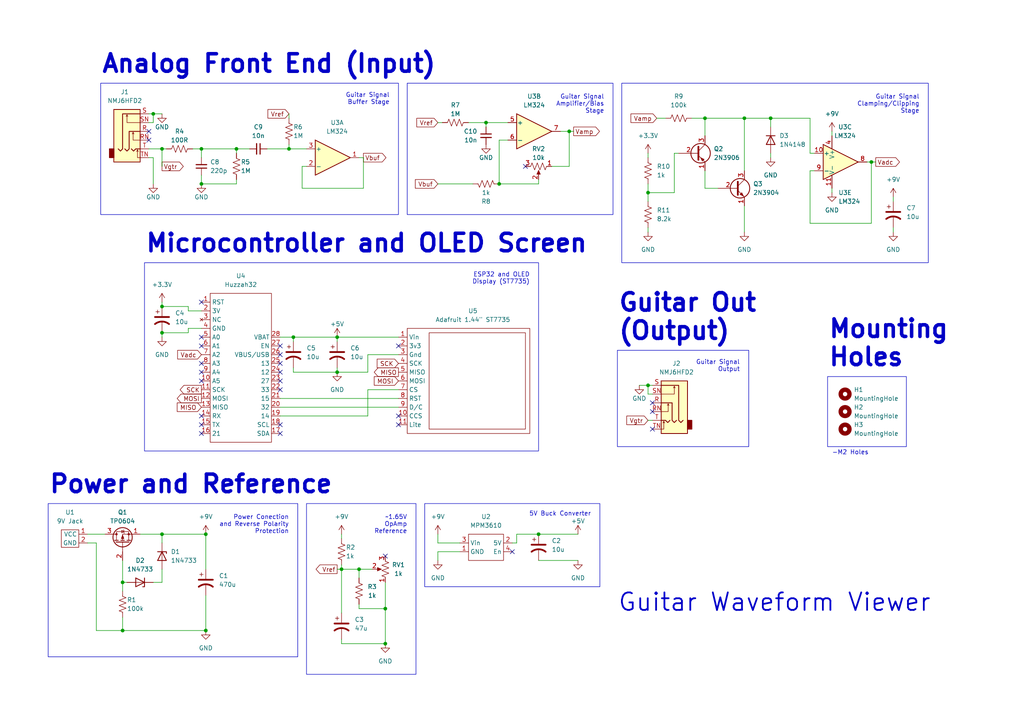
<source format=kicad_sch>
(kicad_sch (version 20230121) (generator eeschema)

  (uuid cecebf2f-597f-449e-bb97-d6218d4434c3)

  (paper "A4")

  (title_block
    (title "Guitar Waveform Project")
    (date "2024-07-18")
    (rev "1.0.0")
  )

  (lib_symbols
    (symbol "Amplifier_Operational:LM324" (pin_names (offset 0.127)) (in_bom yes) (on_board yes)
      (property "Reference" "U" (at 0 5.08 0)
        (effects (font (size 1.27 1.27)) (justify left))
      )
      (property "Value" "LM324" (at 0 -5.08 0)
        (effects (font (size 1.27 1.27)) (justify left))
      )
      (property "Footprint" "" (at -1.27 2.54 0)
        (effects (font (size 1.27 1.27)) hide)
      )
      (property "Datasheet" "http://www.ti.com/lit/ds/symlink/lm2902-n.pdf" (at 1.27 5.08 0)
        (effects (font (size 1.27 1.27)) hide)
      )
      (property "ki_locked" "" (at 0 0 0)
        (effects (font (size 1.27 1.27)))
      )
      (property "ki_keywords" "quad opamp" (at 0 0 0)
        (effects (font (size 1.27 1.27)) hide)
      )
      (property "ki_description" "Low-Power, Quad-Operational Amplifiers, DIP-14/SOIC-14/SSOP-14" (at 0 0 0)
        (effects (font (size 1.27 1.27)) hide)
      )
      (property "ki_fp_filters" "SOIC*3.9x8.7mm*P1.27mm* DIP*W7.62mm* TSSOP*4.4x5mm*P0.65mm* SSOP*5.3x6.2mm*P0.65mm* MSOP*3x3mm*P0.5mm*" (at 0 0 0)
        (effects (font (size 1.27 1.27)) hide)
      )
      (symbol "LM324_1_1"
        (polyline
          (pts
            (xy -5.08 5.08)
            (xy 5.08 0)
            (xy -5.08 -5.08)
            (xy -5.08 5.08)
          )
          (stroke (width 0.254) (type default))
          (fill (type background))
        )
        (pin output line (at 7.62 0 180) (length 2.54)
          (name "~" (effects (font (size 1.27 1.27))))
          (number "1" (effects (font (size 1.27 1.27))))
        )
        (pin input line (at -7.62 -2.54 0) (length 2.54)
          (name "-" (effects (font (size 1.27 1.27))))
          (number "2" (effects (font (size 1.27 1.27))))
        )
        (pin input line (at -7.62 2.54 0) (length 2.54)
          (name "+" (effects (font (size 1.27 1.27))))
          (number "3" (effects (font (size 1.27 1.27))))
        )
      )
      (symbol "LM324_2_1"
        (polyline
          (pts
            (xy -5.08 5.08)
            (xy 5.08 0)
            (xy -5.08 -5.08)
            (xy -5.08 5.08)
          )
          (stroke (width 0.254) (type default))
          (fill (type background))
        )
        (pin input line (at -7.62 2.54 0) (length 2.54)
          (name "+" (effects (font (size 1.27 1.27))))
          (number "5" (effects (font (size 1.27 1.27))))
        )
        (pin input line (at -7.62 -2.54 0) (length 2.54)
          (name "-" (effects (font (size 1.27 1.27))))
          (number "6" (effects (font (size 1.27 1.27))))
        )
        (pin output line (at 7.62 0 180) (length 2.54)
          (name "~" (effects (font (size 1.27 1.27))))
          (number "7" (effects (font (size 1.27 1.27))))
        )
      )
      (symbol "LM324_3_1"
        (polyline
          (pts
            (xy -5.08 5.08)
            (xy 5.08 0)
            (xy -5.08 -5.08)
            (xy -5.08 5.08)
          )
          (stroke (width 0.254) (type default))
          (fill (type background))
        )
        (pin input line (at -7.62 2.54 0) (length 2.54)
          (name "+" (effects (font (size 1.27 1.27))))
          (number "10" (effects (font (size 1.27 1.27))))
        )
        (pin output line (at 7.62 0 180) (length 2.54)
          (name "~" (effects (font (size 1.27 1.27))))
          (number "8" (effects (font (size 1.27 1.27))))
        )
        (pin input line (at -7.62 -2.54 0) (length 2.54)
          (name "-" (effects (font (size 1.27 1.27))))
          (number "9" (effects (font (size 1.27 1.27))))
        )
      )
      (symbol "LM324_4_1"
        (polyline
          (pts
            (xy -5.08 5.08)
            (xy 5.08 0)
            (xy -5.08 -5.08)
            (xy -5.08 5.08)
          )
          (stroke (width 0.254) (type default))
          (fill (type background))
        )
        (pin input line (at -7.62 2.54 0) (length 2.54)
          (name "+" (effects (font (size 1.27 1.27))))
          (number "12" (effects (font (size 1.27 1.27))))
        )
        (pin input line (at -7.62 -2.54 0) (length 2.54)
          (name "-" (effects (font (size 1.27 1.27))))
          (number "13" (effects (font (size 1.27 1.27))))
        )
        (pin output line (at 7.62 0 180) (length 2.54)
          (name "~" (effects (font (size 1.27 1.27))))
          (number "14" (effects (font (size 1.27 1.27))))
        )
      )
      (symbol "LM324_5_1"
        (pin power_in line (at -2.54 -7.62 90) (length 3.81)
          (name "V-" (effects (font (size 1.27 1.27))))
          (number "11" (effects (font (size 1.27 1.27))))
        )
        (pin power_in line (at -2.54 7.62 270) (length 3.81)
          (name "V+" (effects (font (size 1.27 1.27))))
          (number "4" (effects (font (size 1.27 1.27))))
        )
      )
    )
    (symbol "Connector_Audio:NMJ6HFD2" (in_bom yes) (on_board yes)
      (property "Reference" "J" (at 0 11.43 0)
        (effects (font (size 1.27 1.27)))
      )
      (property "Value" "NMJ6HFD2" (at 0 8.89 0)
        (effects (font (size 1.27 1.27)))
      )
      (property "Footprint" "Connector_Audio:Jack_6.35mm_Neutrik_NMJ6HFD2_Horizontal" (at 0 0 0)
        (effects (font (size 1.27 1.27)) hide)
      )
      (property "Datasheet" "https://www.neutrik.com/en/product/nmj6hfd2" (at 0 0 0)
        (effects (font (size 1.27 1.27)) hide)
      )
      (property "ki_keywords" "audio jack receptacle stereo headphones connector neutrik" (at 0 0 0)
        (effects (font (size 1.27 1.27)) hide)
      )
      (property "ki_description" "M Series, 6.35mm (1/4in) stereo jack, switched, with full threaded nose and straight PCB pins" (at 0 0 0)
        (effects (font (size 1.27 1.27)) hide)
      )
      (property "ki_fp_filters" "Jack*" (at 0 0 0)
        (effects (font (size 1.27 1.27)) hide)
      )
      (symbol "NMJ6HFD2_0_1"
        (rectangle (start -5.08 -5.08) (end -6.35 -7.62)
          (stroke (width 0.254) (type default))
          (fill (type outline))
        )
        (polyline
          (pts
            (xy -1.27 4.826)
            (xy -1.016 4.318)
          )
          (stroke (width 0) (type default))
          (fill (type none))
        )
        (polyline
          (pts
            (xy 0.508 -0.254)
            (xy 0.762 -0.762)
          )
          (stroke (width 0) (type default))
          (fill (type none))
        )
        (polyline
          (pts
            (xy 1.778 -5.334)
            (xy 2.032 -5.842)
          )
          (stroke (width 0) (type default))
          (fill (type none))
        )
        (polyline
          (pts
            (xy 0 -5.08)
            (xy 0.635 -5.715)
            (xy 1.27 -5.08)
            (xy 2.54 -5.08)
          )
          (stroke (width 0.254) (type default))
          (fill (type none))
        )
        (polyline
          (pts
            (xy 2.54 -7.62)
            (xy 1.778 -7.62)
            (xy 1.778 -5.334)
            (xy 1.524 -5.842)
          )
          (stroke (width 0) (type default))
          (fill (type none))
        )
        (polyline
          (pts
            (xy 2.54 -2.54)
            (xy 0.508 -2.54)
            (xy 0.508 -0.254)
            (xy 0.254 -0.762)
          )
          (stroke (width 0) (type default))
          (fill (type none))
        )
        (polyline
          (pts
            (xy 2.54 2.54)
            (xy -1.27 2.54)
            (xy -1.27 4.826)
            (xy -1.524 4.318)
          )
          (stroke (width 0) (type default))
          (fill (type none))
        )
        (polyline
          (pts
            (xy -1.905 -5.08)
            (xy -1.27 -5.715)
            (xy -0.635 -5.08)
            (xy -0.635 0)
            (xy 2.54 0)
          )
          (stroke (width 0.254) (type default))
          (fill (type none))
        )
        (polyline
          (pts
            (xy 2.54 5.08)
            (xy -2.54 5.08)
            (xy -2.54 -5.08)
            (xy -3.175 -5.715)
            (xy -3.81 -5.08)
          )
          (stroke (width 0.254) (type default))
          (fill (type none))
        )
        (rectangle (start 2.54 6.35) (end -5.08 -8.89)
          (stroke (width 0.254) (type default))
          (fill (type background))
        )
      )
      (symbol "NMJ6HFD2_1_1"
        (pin passive line (at 5.08 0 180) (length 2.54)
          (name "~" (effects (font (size 1.27 1.27))))
          (number "R" (effects (font (size 1.27 1.27))))
        )
        (pin passive line (at 5.08 -2.54 180) (length 2.54)
          (name "~" (effects (font (size 1.27 1.27))))
          (number "RN" (effects (font (size 1.27 1.27))))
        )
        (pin passive line (at 5.08 5.08 180) (length 2.54)
          (name "~" (effects (font (size 1.27 1.27))))
          (number "S" (effects (font (size 1.27 1.27))))
        )
        (pin passive line (at 5.08 2.54 180) (length 2.54)
          (name "~" (effects (font (size 1.27 1.27))))
          (number "SN" (effects (font (size 1.27 1.27))))
        )
        (pin passive line (at 5.08 -5.08 180) (length 2.54)
          (name "~" (effects (font (size 1.27 1.27))))
          (number "T" (effects (font (size 1.27 1.27))))
        )
        (pin passive line (at 5.08 -7.62 180) (length 2.54)
          (name "~" (effects (font (size 1.27 1.27))))
          (number "TN" (effects (font (size 1.27 1.27))))
        )
      )
    )
    (symbol "Device:C_Polarized_US" (pin_numbers hide) (pin_names (offset 0.254) hide) (in_bom yes) (on_board yes)
      (property "Reference" "C" (at 0.635 2.54 0)
        (effects (font (size 1.27 1.27)) (justify left))
      )
      (property "Value" "C_Polarized_US" (at 0.635 -2.54 0)
        (effects (font (size 1.27 1.27)) (justify left))
      )
      (property "Footprint" "" (at 0 0 0)
        (effects (font (size 1.27 1.27)) hide)
      )
      (property "Datasheet" "~" (at 0 0 0)
        (effects (font (size 1.27 1.27)) hide)
      )
      (property "ki_keywords" "cap capacitor" (at 0 0 0)
        (effects (font (size 1.27 1.27)) hide)
      )
      (property "ki_description" "Polarized capacitor, US symbol" (at 0 0 0)
        (effects (font (size 1.27 1.27)) hide)
      )
      (property "ki_fp_filters" "CP_*" (at 0 0 0)
        (effects (font (size 1.27 1.27)) hide)
      )
      (symbol "C_Polarized_US_0_1"
        (polyline
          (pts
            (xy -2.032 0.762)
            (xy 2.032 0.762)
          )
          (stroke (width 0.508) (type default))
          (fill (type none))
        )
        (polyline
          (pts
            (xy -1.778 2.286)
            (xy -0.762 2.286)
          )
          (stroke (width 0) (type default))
          (fill (type none))
        )
        (polyline
          (pts
            (xy -1.27 1.778)
            (xy -1.27 2.794)
          )
          (stroke (width 0) (type default))
          (fill (type none))
        )
        (arc (start 2.032 -1.27) (mid 0 -0.5572) (end -2.032 -1.27)
          (stroke (width 0.508) (type default))
          (fill (type none))
        )
      )
      (symbol "C_Polarized_US_1_1"
        (pin passive line (at 0 3.81 270) (length 2.794)
          (name "~" (effects (font (size 1.27 1.27))))
          (number "1" (effects (font (size 1.27 1.27))))
        )
        (pin passive line (at 0 -3.81 90) (length 3.302)
          (name "~" (effects (font (size 1.27 1.27))))
          (number "2" (effects (font (size 1.27 1.27))))
        )
      )
    )
    (symbol "Device:C_Small" (pin_numbers hide) (pin_names (offset 0.254) hide) (in_bom yes) (on_board yes)
      (property "Reference" "C" (at 0.254 1.778 0)
        (effects (font (size 1.27 1.27)) (justify left))
      )
      (property "Value" "C_Small" (at 0.254 -2.032 0)
        (effects (font (size 1.27 1.27)) (justify left))
      )
      (property "Footprint" "" (at 0 0 0)
        (effects (font (size 1.27 1.27)) hide)
      )
      (property "Datasheet" "~" (at 0 0 0)
        (effects (font (size 1.27 1.27)) hide)
      )
      (property "ki_keywords" "capacitor cap" (at 0 0 0)
        (effects (font (size 1.27 1.27)) hide)
      )
      (property "ki_description" "Unpolarized capacitor, small symbol" (at 0 0 0)
        (effects (font (size 1.27 1.27)) hide)
      )
      (property "ki_fp_filters" "C_*" (at 0 0 0)
        (effects (font (size 1.27 1.27)) hide)
      )
      (symbol "C_Small_0_1"
        (polyline
          (pts
            (xy -1.524 -0.508)
            (xy 1.524 -0.508)
          )
          (stroke (width 0.3302) (type default))
          (fill (type none))
        )
        (polyline
          (pts
            (xy -1.524 0.508)
            (xy 1.524 0.508)
          )
          (stroke (width 0.3048) (type default))
          (fill (type none))
        )
      )
      (symbol "C_Small_1_1"
        (pin passive line (at 0 2.54 270) (length 2.032)
          (name "~" (effects (font (size 1.27 1.27))))
          (number "1" (effects (font (size 1.27 1.27))))
        )
        (pin passive line (at 0 -2.54 90) (length 2.032)
          (name "~" (effects (font (size 1.27 1.27))))
          (number "2" (effects (font (size 1.27 1.27))))
        )
      )
    )
    (symbol "Device:D_Zener" (pin_numbers hide) (pin_names (offset 1.016) hide) (in_bom yes) (on_board yes)
      (property "Reference" "D" (at 0 2.54 0)
        (effects (font (size 1.27 1.27)))
      )
      (property "Value" "D_Zener" (at 0 -2.54 0)
        (effects (font (size 1.27 1.27)))
      )
      (property "Footprint" "" (at 0 0 0)
        (effects (font (size 1.27 1.27)) hide)
      )
      (property "Datasheet" "~" (at 0 0 0)
        (effects (font (size 1.27 1.27)) hide)
      )
      (property "ki_keywords" "diode" (at 0 0 0)
        (effects (font (size 1.27 1.27)) hide)
      )
      (property "ki_description" "Zener diode" (at 0 0 0)
        (effects (font (size 1.27 1.27)) hide)
      )
      (property "ki_fp_filters" "TO-???* *_Diode_* *SingleDiode* D_*" (at 0 0 0)
        (effects (font (size 1.27 1.27)) hide)
      )
      (symbol "D_Zener_0_1"
        (polyline
          (pts
            (xy 1.27 0)
            (xy -1.27 0)
          )
          (stroke (width 0) (type default))
          (fill (type none))
        )
        (polyline
          (pts
            (xy -1.27 -1.27)
            (xy -1.27 1.27)
            (xy -0.762 1.27)
          )
          (stroke (width 0.254) (type default))
          (fill (type none))
        )
        (polyline
          (pts
            (xy 1.27 -1.27)
            (xy 1.27 1.27)
            (xy -1.27 0)
            (xy 1.27 -1.27)
          )
          (stroke (width 0.254) (type default))
          (fill (type none))
        )
      )
      (symbol "D_Zener_1_1"
        (pin passive line (at -3.81 0 0) (length 2.54)
          (name "K" (effects (font (size 1.27 1.27))))
          (number "1" (effects (font (size 1.27 1.27))))
        )
        (pin passive line (at 3.81 0 180) (length 2.54)
          (name "A" (effects (font (size 1.27 1.27))))
          (number "2" (effects (font (size 1.27 1.27))))
        )
      )
    )
    (symbol "Device:Q_PMOS_SGD" (pin_names (offset 0) hide) (in_bom yes) (on_board yes)
      (property "Reference" "Q" (at 5.08 1.27 0)
        (effects (font (size 1.27 1.27)) (justify left))
      )
      (property "Value" "Q_PMOS_SGD" (at 5.08 -1.27 0)
        (effects (font (size 1.27 1.27)) (justify left))
      )
      (property "Footprint" "" (at 5.08 2.54 0)
        (effects (font (size 1.27 1.27)) hide)
      )
      (property "Datasheet" "~" (at 0 0 0)
        (effects (font (size 1.27 1.27)) hide)
      )
      (property "ki_keywords" "transistor PMOS P-MOS P-MOSFET" (at 0 0 0)
        (effects (font (size 1.27 1.27)) hide)
      )
      (property "ki_description" "P-MOSFET transistor, source/gate/drain" (at 0 0 0)
        (effects (font (size 1.27 1.27)) hide)
      )
      (symbol "Q_PMOS_SGD_0_1"
        (polyline
          (pts
            (xy 0.254 0)
            (xy -2.54 0)
          )
          (stroke (width 0) (type default))
          (fill (type none))
        )
        (polyline
          (pts
            (xy 0.254 1.905)
            (xy 0.254 -1.905)
          )
          (stroke (width 0.254) (type default))
          (fill (type none))
        )
        (polyline
          (pts
            (xy 0.762 -1.27)
            (xy 0.762 -2.286)
          )
          (stroke (width 0.254) (type default))
          (fill (type none))
        )
        (polyline
          (pts
            (xy 0.762 0.508)
            (xy 0.762 -0.508)
          )
          (stroke (width 0.254) (type default))
          (fill (type none))
        )
        (polyline
          (pts
            (xy 0.762 2.286)
            (xy 0.762 1.27)
          )
          (stroke (width 0.254) (type default))
          (fill (type none))
        )
        (polyline
          (pts
            (xy 2.54 2.54)
            (xy 2.54 1.778)
          )
          (stroke (width 0) (type default))
          (fill (type none))
        )
        (polyline
          (pts
            (xy 2.54 -2.54)
            (xy 2.54 0)
            (xy 0.762 0)
          )
          (stroke (width 0) (type default))
          (fill (type none))
        )
        (polyline
          (pts
            (xy 0.762 1.778)
            (xy 3.302 1.778)
            (xy 3.302 -1.778)
            (xy 0.762 -1.778)
          )
          (stroke (width 0) (type default))
          (fill (type none))
        )
        (polyline
          (pts
            (xy 2.286 0)
            (xy 1.27 0.381)
            (xy 1.27 -0.381)
            (xy 2.286 0)
          )
          (stroke (width 0) (type default))
          (fill (type outline))
        )
        (polyline
          (pts
            (xy 2.794 -0.508)
            (xy 2.921 -0.381)
            (xy 3.683 -0.381)
            (xy 3.81 -0.254)
          )
          (stroke (width 0) (type default))
          (fill (type none))
        )
        (polyline
          (pts
            (xy 3.302 -0.381)
            (xy 2.921 0.254)
            (xy 3.683 0.254)
            (xy 3.302 -0.381)
          )
          (stroke (width 0) (type default))
          (fill (type none))
        )
        (circle (center 1.651 0) (radius 2.794)
          (stroke (width 0.254) (type default))
          (fill (type none))
        )
        (circle (center 2.54 -1.778) (radius 0.254)
          (stroke (width 0) (type default))
          (fill (type outline))
        )
        (circle (center 2.54 1.778) (radius 0.254)
          (stroke (width 0) (type default))
          (fill (type outline))
        )
      )
      (symbol "Q_PMOS_SGD_1_1"
        (pin passive line (at 2.54 -5.08 90) (length 2.54)
          (name "S" (effects (font (size 1.27 1.27))))
          (number "1" (effects (font (size 1.27 1.27))))
        )
        (pin input line (at -5.08 0 0) (length 2.54)
          (name "G" (effects (font (size 1.27 1.27))))
          (number "2" (effects (font (size 1.27 1.27))))
        )
        (pin passive line (at 2.54 5.08 270) (length 2.54)
          (name "D" (effects (font (size 1.27 1.27))))
          (number "3" (effects (font (size 1.27 1.27))))
        )
      )
    )
    (symbol "Device:R_Potentiometer_US" (pin_names (offset 1.016) hide) (in_bom yes) (on_board yes)
      (property "Reference" "RV" (at -4.445 0 90)
        (effects (font (size 1.27 1.27)))
      )
      (property "Value" "R_Potentiometer_US" (at -2.54 0 90)
        (effects (font (size 1.27 1.27)))
      )
      (property "Footprint" "" (at 0 0 0)
        (effects (font (size 1.27 1.27)) hide)
      )
      (property "Datasheet" "~" (at 0 0 0)
        (effects (font (size 1.27 1.27)) hide)
      )
      (property "ki_keywords" "resistor variable" (at 0 0 0)
        (effects (font (size 1.27 1.27)) hide)
      )
      (property "ki_description" "Potentiometer, US symbol" (at 0 0 0)
        (effects (font (size 1.27 1.27)) hide)
      )
      (property "ki_fp_filters" "Potentiometer*" (at 0 0 0)
        (effects (font (size 1.27 1.27)) hide)
      )
      (symbol "R_Potentiometer_US_0_1"
        (polyline
          (pts
            (xy 0 -2.286)
            (xy 0 -2.54)
          )
          (stroke (width 0) (type default))
          (fill (type none))
        )
        (polyline
          (pts
            (xy 0 2.54)
            (xy 0 2.286)
          )
          (stroke (width 0) (type default))
          (fill (type none))
        )
        (polyline
          (pts
            (xy 2.54 0)
            (xy 1.524 0)
          )
          (stroke (width 0) (type default))
          (fill (type none))
        )
        (polyline
          (pts
            (xy 1.143 0)
            (xy 2.286 0.508)
            (xy 2.286 -0.508)
            (xy 1.143 0)
          )
          (stroke (width 0) (type default))
          (fill (type outline))
        )
        (polyline
          (pts
            (xy 0 -0.762)
            (xy 1.016 -1.143)
            (xy 0 -1.524)
            (xy -1.016 -1.905)
            (xy 0 -2.286)
          )
          (stroke (width 0) (type default))
          (fill (type none))
        )
        (polyline
          (pts
            (xy 0 0.762)
            (xy 1.016 0.381)
            (xy 0 0)
            (xy -1.016 -0.381)
            (xy 0 -0.762)
          )
          (stroke (width 0) (type default))
          (fill (type none))
        )
        (polyline
          (pts
            (xy 0 2.286)
            (xy 1.016 1.905)
            (xy 0 1.524)
            (xy -1.016 1.143)
            (xy 0 0.762)
          )
          (stroke (width 0) (type default))
          (fill (type none))
        )
      )
      (symbol "R_Potentiometer_US_1_1"
        (pin passive line (at 0 3.81 270) (length 1.27)
          (name "1" (effects (font (size 1.27 1.27))))
          (number "1" (effects (font (size 1.27 1.27))))
        )
        (pin passive line (at 3.81 0 180) (length 1.27)
          (name "2" (effects (font (size 1.27 1.27))))
          (number "2" (effects (font (size 1.27 1.27))))
        )
        (pin passive line (at 0 -3.81 90) (length 1.27)
          (name "3" (effects (font (size 1.27 1.27))))
          (number "3" (effects (font (size 1.27 1.27))))
        )
      )
    )
    (symbol "Device:R_US" (pin_numbers hide) (pin_names (offset 0)) (in_bom yes) (on_board yes)
      (property "Reference" "R" (at 2.54 0 90)
        (effects (font (size 1.27 1.27)))
      )
      (property "Value" "R_US" (at -2.54 0 90)
        (effects (font (size 1.27 1.27)))
      )
      (property "Footprint" "" (at 1.016 -0.254 90)
        (effects (font (size 1.27 1.27)) hide)
      )
      (property "Datasheet" "~" (at 0 0 0)
        (effects (font (size 1.27 1.27)) hide)
      )
      (property "ki_keywords" "R res resistor" (at 0 0 0)
        (effects (font (size 1.27 1.27)) hide)
      )
      (property "ki_description" "Resistor, US symbol" (at 0 0 0)
        (effects (font (size 1.27 1.27)) hide)
      )
      (property "ki_fp_filters" "R_*" (at 0 0 0)
        (effects (font (size 1.27 1.27)) hide)
      )
      (symbol "R_US_0_1"
        (polyline
          (pts
            (xy 0 -2.286)
            (xy 0 -2.54)
          )
          (stroke (width 0) (type default))
          (fill (type none))
        )
        (polyline
          (pts
            (xy 0 2.286)
            (xy 0 2.54)
          )
          (stroke (width 0) (type default))
          (fill (type none))
        )
        (polyline
          (pts
            (xy 0 -0.762)
            (xy 1.016 -1.143)
            (xy 0 -1.524)
            (xy -1.016 -1.905)
            (xy 0 -2.286)
          )
          (stroke (width 0) (type default))
          (fill (type none))
        )
        (polyline
          (pts
            (xy 0 0.762)
            (xy 1.016 0.381)
            (xy 0 0)
            (xy -1.016 -0.381)
            (xy 0 -0.762)
          )
          (stroke (width 0) (type default))
          (fill (type none))
        )
        (polyline
          (pts
            (xy 0 2.286)
            (xy 1.016 1.905)
            (xy 0 1.524)
            (xy -1.016 1.143)
            (xy 0 0.762)
          )
          (stroke (width 0) (type default))
          (fill (type none))
        )
      )
      (symbol "R_US_1_1"
        (pin passive line (at 0 3.81 270) (length 1.27)
          (name "~" (effects (font (size 1.27 1.27))))
          (number "1" (effects (font (size 1.27 1.27))))
        )
        (pin passive line (at 0 -3.81 90) (length 1.27)
          (name "~" (effects (font (size 1.27 1.27))))
          (number "2" (effects (font (size 1.27 1.27))))
        )
      )
    )
    (symbol "Diode:1N4148" (pin_numbers hide) (pin_names hide) (in_bom yes) (on_board yes)
      (property "Reference" "D" (at 0 2.54 0)
        (effects (font (size 1.27 1.27)))
      )
      (property "Value" "1N4148" (at 0 -2.54 0)
        (effects (font (size 1.27 1.27)))
      )
      (property "Footprint" "Diode_THT:D_DO-35_SOD27_P7.62mm_Horizontal" (at 0 0 0)
        (effects (font (size 1.27 1.27)) hide)
      )
      (property "Datasheet" "https://assets.nexperia.com/documents/data-sheet/1N4148_1N4448.pdf" (at 0 0 0)
        (effects (font (size 1.27 1.27)) hide)
      )
      (property "Sim.Device" "D" (at 0 0 0)
        (effects (font (size 1.27 1.27)) hide)
      )
      (property "Sim.Pins" "1=K 2=A" (at 0 0 0)
        (effects (font (size 1.27 1.27)) hide)
      )
      (property "ki_keywords" "diode" (at 0 0 0)
        (effects (font (size 1.27 1.27)) hide)
      )
      (property "ki_description" "100V 0.15A standard switching diode, DO-35" (at 0 0 0)
        (effects (font (size 1.27 1.27)) hide)
      )
      (property "ki_fp_filters" "D*DO?35*" (at 0 0 0)
        (effects (font (size 1.27 1.27)) hide)
      )
      (symbol "1N4148_0_1"
        (polyline
          (pts
            (xy -1.27 1.27)
            (xy -1.27 -1.27)
          )
          (stroke (width 0.254) (type default))
          (fill (type none))
        )
        (polyline
          (pts
            (xy 1.27 0)
            (xy -1.27 0)
          )
          (stroke (width 0) (type default))
          (fill (type none))
        )
        (polyline
          (pts
            (xy 1.27 1.27)
            (xy 1.27 -1.27)
            (xy -1.27 0)
            (xy 1.27 1.27)
          )
          (stroke (width 0.254) (type default))
          (fill (type none))
        )
      )
      (symbol "1N4148_1_1"
        (pin passive line (at -3.81 0 0) (length 2.54)
          (name "K" (effects (font (size 1.27 1.27))))
          (number "1" (effects (font (size 1.27 1.27))))
        )
        (pin passive line (at 3.81 0 180) (length 2.54)
          (name "A" (effects (font (size 1.27 1.27))))
          (number "2" (effects (font (size 1.27 1.27))))
        )
      )
    )
    (symbol "Hunters Custom Symbol Library:Adafruit_1.44{dblquote}_ST7735" (in_bom yes) (on_board yes)
      (property "Reference" "U" (at 20.32 -12.7 0)
        (effects (font (size 1.27 1.27)))
      )
      (property "Value" "Adafruit 1.44\" ST7735" (at 20.32 -15.24 0)
        (effects (font (size 1.27 1.27)))
      )
      (property "Footprint" "Hunters Custom Footprint Library:Adafruit_1.44_ST7735" (at 16.51 -33.02 0)
        (effects (font (size 1.27 1.27)) hide)
      )
      (property "Datasheet" "" (at 0 1.27 0)
        (effects (font (size 1.27 1.27)) hide)
      )
      (symbol "Adafruit_1.44{dblquote}_ST7735_0_1"
        (rectangle (start 0 0) (end 35.56 -30.48)
          (stroke (width 0) (type default))
          (fill (type none))
        )
        (rectangle (start 6.35 -1.27) (end 34.29 -29.21)
          (stroke (width 0) (type default))
          (fill (type none))
        )
      )
      (symbol "Adafruit_1.44{dblquote}_ST7735_1_1"
        (pin power_in line (at -2.54 -2.54 0) (length 2.54)
          (name "Vin" (effects (font (size 1.27 1.27))))
          (number "1" (effects (font (size 1.27 1.27))))
        )
        (pin input line (at -2.54 -25.4 0) (length 2.54)
          (name "CCS" (effects (font (size 1.27 1.27))))
          (number "10" (effects (font (size 1.27 1.27))))
        )
        (pin input line (at -2.54 -27.94 0) (length 2.54)
          (name "Lite" (effects (font (size 1.27 1.27))))
          (number "11" (effects (font (size 1.27 1.27))))
        )
        (pin power_out line (at -2.54 -5.08 0) (length 2.54)
          (name "3v3" (effects (font (size 1.27 1.27))))
          (number "2" (effects (font (size 1.27 1.27))))
        )
        (pin power_in line (at -2.54 -7.62 0) (length 2.54)
          (name "Gnd" (effects (font (size 1.27 1.27))))
          (number "3" (effects (font (size 1.27 1.27))))
        )
        (pin input line (at -2.54 -10.16 0) (length 2.54)
          (name "SCK" (effects (font (size 1.27 1.27))))
          (number "4" (effects (font (size 1.27 1.27))))
        )
        (pin output line (at -2.54 -12.7 0) (length 2.54)
          (name "MISO" (effects (font (size 1.27 1.27))))
          (number "5" (effects (font (size 1.27 1.27))))
        )
        (pin input line (at -2.54 -15.24 0) (length 2.54)
          (name "MOSI" (effects (font (size 1.27 1.27))))
          (number "6" (effects (font (size 1.27 1.27))))
        )
        (pin input line (at -2.54 -17.78 0) (length 2.54)
          (name "CS" (effects (font (size 1.27 1.27))))
          (number "7" (effects (font (size 1.27 1.27))))
        )
        (pin input line (at -2.54 -20.32 0) (length 2.54)
          (name "RST" (effects (font (size 1.27 1.27))))
          (number "8" (effects (font (size 1.27 1.27))))
        )
        (pin input line (at -2.54 -22.86 0) (length 2.54)
          (name "D/C" (effects (font (size 1.27 1.27))))
          (number "9" (effects (font (size 1.27 1.27))))
        )
      )
    )
    (symbol "Hunters Custom Symbol Library:Adafruit_Huzzah32" (in_bom yes) (on_board yes)
      (property "Reference" "U" (at 0 0 0)
        (effects (font (size 1.27 1.27)))
      )
      (property "Value" "Huzzah32" (at 10.16 0 0)
        (effects (font (size 1.27 1.27)))
      )
      (property "Footprint" "Hunters Custom Footprint Library:Adafruit_Huzzah32" (at 6.35 -48.26 0)
        (effects (font (size 1.27 1.27)) hide)
      )
      (property "Datasheet" "" (at 3.81 -17.78 0)
        (effects (font (size 1.27 1.27)) hide)
      )
      (symbol "Adafruit_Huzzah32_0_1"
        (rectangle (start -2.54 -2.54) (end 15.24 -45.72)
          (stroke (width 0) (type default))
          (fill (type none))
        )
      )
      (symbol "Adafruit_Huzzah32_1_1"
        (pin input line (at -5.08 -5.08 0) (length 2.54)
          (name "RST" (effects (font (size 1.27 1.27))))
          (number "1" (effects (font (size 1.27 1.27))))
        )
        (pin input line (at -5.08 -27.94 0) (length 2.54)
          (name "A5" (effects (font (size 1.27 1.27))))
          (number "10" (effects (font (size 1.27 1.27))))
        )
        (pin bidirectional line (at -5.08 -30.48 0) (length 2.54)
          (name "SCK" (effects (font (size 1.27 1.27))))
          (number "11" (effects (font (size 1.27 1.27))))
        )
        (pin bidirectional line (at -5.08 -33.02 0) (length 2.54)
          (name "MOSI" (effects (font (size 1.27 1.27))))
          (number "12" (effects (font (size 1.27 1.27))))
        )
        (pin bidirectional line (at -5.08 -35.56 0) (length 2.54)
          (name "MISO" (effects (font (size 1.27 1.27))))
          (number "13" (effects (font (size 1.27 1.27))))
        )
        (pin bidirectional line (at -5.08 -38.1 0) (length 2.54)
          (name "RX" (effects (font (size 1.27 1.27))))
          (number "14" (effects (font (size 1.27 1.27))))
        )
        (pin bidirectional line (at -5.08 -40.64 0) (length 2.54)
          (name "TX" (effects (font (size 1.27 1.27))))
          (number "15" (effects (font (size 1.27 1.27))))
        )
        (pin bidirectional line (at -5.08 -43.18 0) (length 2.54)
          (name "21" (effects (font (size 1.27 1.27))))
          (number "16" (effects (font (size 1.27 1.27))))
        )
        (pin bidirectional line (at 17.78 -43.18 180) (length 2.54)
          (name "SDA" (effects (font (size 1.27 1.27))))
          (number "17" (effects (font (size 1.27 1.27))))
        )
        (pin bidirectional line (at 17.78 -40.64 180) (length 2.54)
          (name "SCL" (effects (font (size 1.27 1.27))))
          (number "18" (effects (font (size 1.27 1.27))))
        )
        (pin bidirectional line (at 17.78 -38.1 180) (length 2.54)
          (name "14" (effects (font (size 1.27 1.27))))
          (number "19" (effects (font (size 1.27 1.27))))
        )
        (pin power_out line (at -5.08 -7.62 0) (length 2.54)
          (name "3V" (effects (font (size 1.27 1.27))))
          (number "2" (effects (font (size 1.27 1.27))))
        )
        (pin bidirectional line (at 17.78 -35.56 180) (length 2.54)
          (name "32" (effects (font (size 1.27 1.27))))
          (number "20" (effects (font (size 1.27 1.27))))
        )
        (pin bidirectional line (at 17.78 -33.02 180) (length 2.54)
          (name "15" (effects (font (size 1.27 1.27))))
          (number "21" (effects (font (size 1.27 1.27))))
        )
        (pin bidirectional line (at 17.78 -30.48 180) (length 2.54)
          (name "33" (effects (font (size 1.27 1.27))))
          (number "22" (effects (font (size 1.27 1.27))))
        )
        (pin bidirectional line (at 17.78 -27.94 180) (length 2.54)
          (name "27" (effects (font (size 1.27 1.27))))
          (number "23" (effects (font (size 1.27 1.27))))
        )
        (pin bidirectional line (at 17.78 -25.4 180) (length 2.54)
          (name "12" (effects (font (size 1.27 1.27))))
          (number "24" (effects (font (size 1.27 1.27))))
        )
        (pin bidirectional line (at 17.78 -22.86 180) (length 2.54)
          (name "13" (effects (font (size 1.27 1.27))))
          (number "25" (effects (font (size 1.27 1.27))))
        )
        (pin power_out line (at 17.78 -20.32 180) (length 2.54)
          (name "VBUS/USB" (effects (font (size 1.27 1.27))))
          (number "26" (effects (font (size 1.27 1.27))))
        )
        (pin input line (at 17.78 -17.78 180) (length 2.54)
          (name "EN" (effects (font (size 1.27 1.27))))
          (number "27" (effects (font (size 1.27 1.27))))
        )
        (pin power_in line (at 17.78 -15.24 180) (length 2.54)
          (name "VBAT" (effects (font (size 1.27 1.27))))
          (number "28" (effects (font (size 1.27 1.27))))
        )
        (pin no_connect line (at -5.08 -10.16 0) (length 2.54)
          (name "NC" (effects (font (size 1.27 1.27))))
          (number "3" (effects (font (size 1.27 1.27))))
        )
        (pin power_in line (at -5.08 -12.7 0) (length 2.54)
          (name "GND" (effects (font (size 1.27 1.27))))
          (number "4" (effects (font (size 1.27 1.27))))
        )
        (pin input line (at -5.08 -15.24 0) (length 2.54)
          (name "A0" (effects (font (size 1.27 1.27))))
          (number "5" (effects (font (size 1.27 1.27))))
        )
        (pin input line (at -5.08 -17.78 0) (length 2.54)
          (name "A1" (effects (font (size 1.27 1.27))))
          (number "6" (effects (font (size 1.27 1.27))))
        )
        (pin input line (at -5.08 -20.32 0) (length 2.54)
          (name "A2" (effects (font (size 1.27 1.27))))
          (number "7" (effects (font (size 1.27 1.27))))
        )
        (pin input line (at -5.08 -22.86 0) (length 2.54)
          (name "A3" (effects (font (size 1.27 1.27))))
          (number "8" (effects (font (size 1.27 1.27))))
        )
        (pin input line (at -5.08 -25.4 0) (length 2.54)
          (name "A4" (effects (font (size 1.27 1.27))))
          (number "9" (effects (font (size 1.27 1.27))))
        )
      )
    )
    (symbol "Hunters Custom Symbol Library:MPM3610_5V_Buck_Converter" (in_bom yes) (on_board yes)
      (property "Reference" "U" (at 5.08 3.81 0)
        (effects (font (size 1.27 1.27)))
      )
      (property "Value" "MPM3610" (at 5.08 1.27 0)
        (effects (font (size 1.27 1.27)))
      )
      (property "Footprint" "Connector_PinHeader_2.54mm:PinHeader_1x04_P2.54mm_Vertical" (at 6.35 -12.7 0)
        (effects (font (size 1.27 1.27)) hide)
      )
      (property "Datasheet" "https://www.adafruit.com/product/4739#tutorials" (at 5.08 -10.16 0)
        (effects (font (size 1.27 1.27)) hide)
      )
      (symbol "MPM3610_5V_Buck_Converter_0_1"
        (rectangle (start 0 0) (end 10.16 -7.62)
          (stroke (width 0) (type default))
          (fill (type none))
        )
      )
      (symbol "MPM3610_5V_Buck_Converter_1_1"
        (pin power_in line (at -2.54 -5.08 0) (length 2.54)
          (name "GND" (effects (font (size 1.27 1.27))))
          (number "1" (effects (font (size 1.27 1.27))))
        )
        (pin power_out line (at 12.7 -2.54 180) (length 2.54)
          (name "5V" (effects (font (size 1.27 1.27))))
          (number "2" (effects (font (size 1.27 1.27))))
        )
        (pin power_in line (at -2.54 -2.54 0) (length 2.54)
          (name "Vin" (effects (font (size 1.27 1.27))))
          (number "3" (effects (font (size 1.27 1.27))))
        )
        (pin input line (at 12.7 -5.08 180) (length 2.54)
          (name "En" (effects (font (size 1.27 1.27))))
          (number "4" (effects (font (size 1.27 1.27))))
        )
      )
    )
    (symbol "Mechanical:MountingHole" (pin_names (offset 1.016)) (in_bom yes) (on_board yes)
      (property "Reference" "H" (at 0 5.08 0)
        (effects (font (size 1.27 1.27)))
      )
      (property "Value" "MountingHole" (at 0 3.175 0)
        (effects (font (size 1.27 1.27)))
      )
      (property "Footprint" "" (at 0 0 0)
        (effects (font (size 1.27 1.27)) hide)
      )
      (property "Datasheet" "~" (at 0 0 0)
        (effects (font (size 1.27 1.27)) hide)
      )
      (property "ki_keywords" "mounting hole" (at 0 0 0)
        (effects (font (size 1.27 1.27)) hide)
      )
      (property "ki_description" "Mounting Hole without connection" (at 0 0 0)
        (effects (font (size 1.27 1.27)) hide)
      )
      (property "ki_fp_filters" "MountingHole*" (at 0 0 0)
        (effects (font (size 1.27 1.27)) hide)
      )
      (symbol "MountingHole_0_1"
        (circle (center 0 0) (radius 1.27)
          (stroke (width 1.27) (type default))
          (fill (type none))
        )
      )
    )
    (symbol "Transistor_BJT:2N3904" (pin_names (offset 0) hide) (in_bom yes) (on_board yes)
      (property "Reference" "Q" (at 5.08 1.905 0)
        (effects (font (size 1.27 1.27)) (justify left))
      )
      (property "Value" "2N3904" (at 5.08 0 0)
        (effects (font (size 1.27 1.27)) (justify left))
      )
      (property "Footprint" "Package_TO_SOT_THT:TO-92_Inline" (at 5.08 -1.905 0)
        (effects (font (size 1.27 1.27) italic) (justify left) hide)
      )
      (property "Datasheet" "https://www.onsemi.com/pub/Collateral/2N3903-D.PDF" (at 0 0 0)
        (effects (font (size 1.27 1.27)) (justify left) hide)
      )
      (property "ki_keywords" "NPN Transistor" (at 0 0 0)
        (effects (font (size 1.27 1.27)) hide)
      )
      (property "ki_description" "0.2A Ic, 40V Vce, Small Signal NPN Transistor, TO-92" (at 0 0 0)
        (effects (font (size 1.27 1.27)) hide)
      )
      (property "ki_fp_filters" "TO?92*" (at 0 0 0)
        (effects (font (size 1.27 1.27)) hide)
      )
      (symbol "2N3904_0_1"
        (polyline
          (pts
            (xy 0.635 0.635)
            (xy 2.54 2.54)
          )
          (stroke (width 0) (type default))
          (fill (type none))
        )
        (polyline
          (pts
            (xy 0.635 -0.635)
            (xy 2.54 -2.54)
            (xy 2.54 -2.54)
          )
          (stroke (width 0) (type default))
          (fill (type none))
        )
        (polyline
          (pts
            (xy 0.635 1.905)
            (xy 0.635 -1.905)
            (xy 0.635 -1.905)
          )
          (stroke (width 0.508) (type default))
          (fill (type none))
        )
        (polyline
          (pts
            (xy 1.27 -1.778)
            (xy 1.778 -1.27)
            (xy 2.286 -2.286)
            (xy 1.27 -1.778)
            (xy 1.27 -1.778)
          )
          (stroke (width 0) (type default))
          (fill (type outline))
        )
        (circle (center 1.27 0) (radius 2.8194)
          (stroke (width 0.254) (type default))
          (fill (type none))
        )
      )
      (symbol "2N3904_1_1"
        (pin passive line (at 2.54 -5.08 90) (length 2.54)
          (name "E" (effects (font (size 1.27 1.27))))
          (number "1" (effects (font (size 1.27 1.27))))
        )
        (pin passive line (at -5.08 0 0) (length 5.715)
          (name "B" (effects (font (size 1.27 1.27))))
          (number "2" (effects (font (size 1.27 1.27))))
        )
        (pin passive line (at 2.54 5.08 270) (length 2.54)
          (name "C" (effects (font (size 1.27 1.27))))
          (number "3" (effects (font (size 1.27 1.27))))
        )
      )
    )
    (symbol "Transistor_BJT:2N3906" (pin_names (offset 0) hide) (in_bom yes) (on_board yes)
      (property "Reference" "Q" (at 5.08 1.905 0)
        (effects (font (size 1.27 1.27)) (justify left))
      )
      (property "Value" "2N3906" (at 5.08 0 0)
        (effects (font (size 1.27 1.27)) (justify left))
      )
      (property "Footprint" "Package_TO_SOT_THT:TO-92_Inline" (at 5.08 -1.905 0)
        (effects (font (size 1.27 1.27) italic) (justify left) hide)
      )
      (property "Datasheet" "https://www.onsemi.com/pub/Collateral/2N3906-D.PDF" (at 0 0 0)
        (effects (font (size 1.27 1.27)) (justify left) hide)
      )
      (property "ki_keywords" "PNP Transistor" (at 0 0 0)
        (effects (font (size 1.27 1.27)) hide)
      )
      (property "ki_description" "-0.2A Ic, -40V Vce, Small Signal PNP Transistor, TO-92" (at 0 0 0)
        (effects (font (size 1.27 1.27)) hide)
      )
      (property "ki_fp_filters" "TO?92*" (at 0 0 0)
        (effects (font (size 1.27 1.27)) hide)
      )
      (symbol "2N3906_0_1"
        (polyline
          (pts
            (xy 0.635 0.635)
            (xy 2.54 2.54)
          )
          (stroke (width 0) (type default))
          (fill (type none))
        )
        (polyline
          (pts
            (xy 0.635 -0.635)
            (xy 2.54 -2.54)
            (xy 2.54 -2.54)
          )
          (stroke (width 0) (type default))
          (fill (type none))
        )
        (polyline
          (pts
            (xy 0.635 1.905)
            (xy 0.635 -1.905)
            (xy 0.635 -1.905)
          )
          (stroke (width 0.508) (type default))
          (fill (type none))
        )
        (polyline
          (pts
            (xy 2.286 -1.778)
            (xy 1.778 -2.286)
            (xy 1.27 -1.27)
            (xy 2.286 -1.778)
            (xy 2.286 -1.778)
          )
          (stroke (width 0) (type default))
          (fill (type outline))
        )
        (circle (center 1.27 0) (radius 2.8194)
          (stroke (width 0.254) (type default))
          (fill (type none))
        )
      )
      (symbol "2N3906_1_1"
        (pin passive line (at 2.54 -5.08 90) (length 2.54)
          (name "E" (effects (font (size 1.27 1.27))))
          (number "1" (effects (font (size 1.27 1.27))))
        )
        (pin input line (at -5.08 0 0) (length 5.715)
          (name "B" (effects (font (size 1.27 1.27))))
          (number "2" (effects (font (size 1.27 1.27))))
        )
        (pin passive line (at 2.54 5.08 270) (length 2.54)
          (name "C" (effects (font (size 1.27 1.27))))
          (number "3" (effects (font (size 1.27 1.27))))
        )
      )
    )
    (symbol "guitar_waveform_lib:9V_Batt._Connector" (in_bom yes) (on_board yes)
      (property "Reference" "U" (at 2.54 3.81 0)
        (effects (font (size 1.27 1.27)))
      )
      (property "Value" "9V Batt. Connector" (at 1.27 1.27 0)
        (effects (font (size 1.27 1.27)))
      )
      (property "Footprint" "Connector_PinHeader_1.00mm:PinHeader_1x02_P1.00mm_Vertical" (at 6.35 -17.78 0)
        (effects (font (size 1.27 1.27)) hide)
      )
      (property "Datasheet" "" (at 0 0 0)
        (effects (font (size 1.27 1.27)) hide)
      )
      (symbol "9V_Batt._Connector_0_1"
        (rectangle (start 0 0) (end 5.08 -5.08)
          (stroke (width 0) (type default))
          (fill (type none))
        )
      )
      (symbol "9V_Batt._Connector_1_1"
        (pin power_out line (at 7.62 -1.27 180) (length 2.54)
          (name "VCC" (effects (font (size 1.27 1.27))))
          (number "1" (effects (font (size 1.27 1.27))))
        )
        (pin power_out line (at 7.62 -3.81 180) (length 2.54)
          (name "GND" (effects (font (size 1.27 1.27))))
          (number "2" (effects (font (size 1.27 1.27))))
        )
      )
    )
    (symbol "power:+3.3V" (power) (pin_names (offset 0)) (in_bom yes) (on_board yes)
      (property "Reference" "#PWR" (at 0 -3.81 0)
        (effects (font (size 1.27 1.27)) hide)
      )
      (property "Value" "+3.3V" (at 0 3.556 0)
        (effects (font (size 1.27 1.27)))
      )
      (property "Footprint" "" (at 0 0 0)
        (effects (font (size 1.27 1.27)) hide)
      )
      (property "Datasheet" "" (at 0 0 0)
        (effects (font (size 1.27 1.27)) hide)
      )
      (property "ki_keywords" "global power" (at 0 0 0)
        (effects (font (size 1.27 1.27)) hide)
      )
      (property "ki_description" "Power symbol creates a global label with name \"+3.3V\"" (at 0 0 0)
        (effects (font (size 1.27 1.27)) hide)
      )
      (symbol "+3.3V_0_1"
        (polyline
          (pts
            (xy -0.762 1.27)
            (xy 0 2.54)
          )
          (stroke (width 0) (type default))
          (fill (type none))
        )
        (polyline
          (pts
            (xy 0 0)
            (xy 0 2.54)
          )
          (stroke (width 0) (type default))
          (fill (type none))
        )
        (polyline
          (pts
            (xy 0 2.54)
            (xy 0.762 1.27)
          )
          (stroke (width 0) (type default))
          (fill (type none))
        )
      )
      (symbol "+3.3V_1_1"
        (pin power_in line (at 0 0 90) (length 0) hide
          (name "+3.3V" (effects (font (size 1.27 1.27))))
          (number "1" (effects (font (size 1.27 1.27))))
        )
      )
    )
    (symbol "power:+5V" (power) (pin_names (offset 0)) (in_bom yes) (on_board yes)
      (property "Reference" "#PWR" (at 0 -3.81 0)
        (effects (font (size 1.27 1.27)) hide)
      )
      (property "Value" "+5V" (at 0 3.556 0)
        (effects (font (size 1.27 1.27)))
      )
      (property "Footprint" "" (at 0 0 0)
        (effects (font (size 1.27 1.27)) hide)
      )
      (property "Datasheet" "" (at 0 0 0)
        (effects (font (size 1.27 1.27)) hide)
      )
      (property "ki_keywords" "global power" (at 0 0 0)
        (effects (font (size 1.27 1.27)) hide)
      )
      (property "ki_description" "Power symbol creates a global label with name \"+5V\"" (at 0 0 0)
        (effects (font (size 1.27 1.27)) hide)
      )
      (symbol "+5V_0_1"
        (polyline
          (pts
            (xy -0.762 1.27)
            (xy 0 2.54)
          )
          (stroke (width 0) (type default))
          (fill (type none))
        )
        (polyline
          (pts
            (xy 0 0)
            (xy 0 2.54)
          )
          (stroke (width 0) (type default))
          (fill (type none))
        )
        (polyline
          (pts
            (xy 0 2.54)
            (xy 0.762 1.27)
          )
          (stroke (width 0) (type default))
          (fill (type none))
        )
      )
      (symbol "+5V_1_1"
        (pin power_in line (at 0 0 90) (length 0) hide
          (name "+5V" (effects (font (size 1.27 1.27))))
          (number "1" (effects (font (size 1.27 1.27))))
        )
      )
    )
    (symbol "power:+9V" (power) (pin_names (offset 0)) (in_bom yes) (on_board yes)
      (property "Reference" "#PWR" (at 0 -3.81 0)
        (effects (font (size 1.27 1.27)) hide)
      )
      (property "Value" "+9V" (at 0 3.556 0)
        (effects (font (size 1.27 1.27)))
      )
      (property "Footprint" "" (at 0 0 0)
        (effects (font (size 1.27 1.27)) hide)
      )
      (property "Datasheet" "" (at 0 0 0)
        (effects (font (size 1.27 1.27)) hide)
      )
      (property "ki_keywords" "global power" (at 0 0 0)
        (effects (font (size 1.27 1.27)) hide)
      )
      (property "ki_description" "Power symbol creates a global label with name \"+9V\"" (at 0 0 0)
        (effects (font (size 1.27 1.27)) hide)
      )
      (symbol "+9V_0_1"
        (polyline
          (pts
            (xy -0.762 1.27)
            (xy 0 2.54)
          )
          (stroke (width 0) (type default))
          (fill (type none))
        )
        (polyline
          (pts
            (xy 0 0)
            (xy 0 2.54)
          )
          (stroke (width 0) (type default))
          (fill (type none))
        )
        (polyline
          (pts
            (xy 0 2.54)
            (xy 0.762 1.27)
          )
          (stroke (width 0) (type default))
          (fill (type none))
        )
      )
      (symbol "+9V_1_1"
        (pin power_in line (at 0 0 90) (length 0) hide
          (name "+9V" (effects (font (size 1.27 1.27))))
          (number "1" (effects (font (size 1.27 1.27))))
        )
      )
    )
    (symbol "power:GND" (power) (pin_names (offset 0)) (in_bom yes) (on_board yes)
      (property "Reference" "#PWR" (at 0 -6.35 0)
        (effects (font (size 1.27 1.27)) hide)
      )
      (property "Value" "GND" (at 0 -3.81 0)
        (effects (font (size 1.27 1.27)))
      )
      (property "Footprint" "" (at 0 0 0)
        (effects (font (size 1.27 1.27)) hide)
      )
      (property "Datasheet" "" (at 0 0 0)
        (effects (font (size 1.27 1.27)) hide)
      )
      (property "ki_keywords" "global power" (at 0 0 0)
        (effects (font (size 1.27 1.27)) hide)
      )
      (property "ki_description" "Power symbol creates a global label with name \"GND\" , ground" (at 0 0 0)
        (effects (font (size 1.27 1.27)) hide)
      )
      (symbol "GND_0_1"
        (polyline
          (pts
            (xy 0 0)
            (xy 0 -1.27)
            (xy 1.27 -1.27)
            (xy 0 -2.54)
            (xy -1.27 -1.27)
            (xy 0 -1.27)
          )
          (stroke (width 0) (type default))
          (fill (type none))
        )
      )
      (symbol "GND_1_1"
        (pin power_in line (at 0 0 270) (length 0) hide
          (name "GND" (effects (font (size 1.27 1.27))))
          (number "1" (effects (font (size 1.27 1.27))))
        )
      )
    )
  )

  (junction (at 59.69 154.94) (diameter 0) (color 0 0 0 0)
    (uuid 0492d9a4-66b6-494a-8955-bdd48731e18d)
  )
  (junction (at 46.99 43.18) (diameter 0) (color 0 0 0 0)
    (uuid 094bdcf4-cc14-4581-83c7-55b90e9f21ea)
  )
  (junction (at 35.56 182.88) (diameter 0) (color 0 0 0 0)
    (uuid 0bdf933a-7647-478d-8636-24ed23ed3ade)
  )
  (junction (at 44.45 33.02) (diameter 0) (color 0 0 0 0)
    (uuid 1e71e181-ebd5-4eb2-b42a-818e8af2d7b3)
  )
  (junction (at 46.99 88.9) (diameter 0) (color 0 0 0 0)
    (uuid 22920301-2b29-4a15-a71f-252b89d4026d)
  )
  (junction (at 187.96 111.76) (diameter 0) (color 0 0 0 0)
    (uuid 2ce92cae-c050-4799-8e8e-f3f972e7cdb5)
  )
  (junction (at 165.1 38.1) (diameter 0) (color 0 0 0 0)
    (uuid 342d82eb-ef75-41be-b2c6-69c717348aca)
  )
  (junction (at 223.52 34.29) (diameter 0) (color 0 0 0 0)
    (uuid 3bb5384d-684f-42ee-bfd2-72620de3b461)
  )
  (junction (at 204.47 34.29) (diameter 0) (color 0 0 0 0)
    (uuid 3d612b01-3a59-4102-a1f5-340944156b86)
  )
  (junction (at 187.96 55.88) (diameter 0) (color 0 0 0 0)
    (uuid 3e7ec3bb-41d3-4fcb-9034-5ad70bf46e66)
  )
  (junction (at 144.78 53.34) (diameter 0) (color 0 0 0 0)
    (uuid 444ea964-26ca-4842-b628-8d2da3e1aad0)
  )
  (junction (at 58.42 43.18) (diameter 0) (color 0 0 0 0)
    (uuid 50154b54-40a8-405e-be24-0151476395d2)
  )
  (junction (at 46.99 154.94) (diameter 0) (color 0 0 0 0)
    (uuid 5047ca41-fb08-4eed-8ba9-213e2c5f100b)
  )
  (junction (at 156.21 154.94) (diameter 0) (color 0 0 0 0)
    (uuid 59ae361e-5b26-4471-82be-d22ec9407e53)
  )
  (junction (at 97.79 97.79) (diameter 0) (color 0 0 0 0)
    (uuid 5e75f922-f4db-4376-80ce-0f07c481591e)
  )
  (junction (at 252.73 46.99) (diameter 0) (color 0 0 0 0)
    (uuid 67ff05cc-ba4d-4f78-8704-b19467a40187)
  )
  (junction (at 111.76 176.53) (diameter 0) (color 0 0 0 0)
    (uuid 7bd0ad5f-e39d-45ea-bc70-892bf0c458d3)
  )
  (junction (at 83.82 43.18) (diameter 0) (color 0 0 0 0)
    (uuid 85677492-7d45-477a-9d1d-22b029fc3aa8)
  )
  (junction (at 58.42 53.34) (diameter 0) (color 0 0 0 0)
    (uuid 8df44ca3-538f-4124-9cb8-c698efbf1657)
  )
  (junction (at 97.79 107.95) (diameter 0) (color 0 0 0 0)
    (uuid 96943f0a-e909-4fef-a1c6-05749e32f4f7)
  )
  (junction (at 68.58 43.18) (diameter 0) (color 0 0 0 0)
    (uuid 9944dd70-fca7-4a6d-b234-8e73b43901f3)
  )
  (junction (at 46.99 96.52) (diameter 0) (color 0 0 0 0)
    (uuid 9f86dbe3-3262-4622-b638-30d99eced35b)
  )
  (junction (at 35.56 168.91) (diameter 0) (color 0 0 0 0)
    (uuid a9b4f2bb-af69-4201-8987-3676f9096be3)
  )
  (junction (at 140.97 35.56) (diameter 0) (color 0 0 0 0)
    (uuid aea94a9c-e4a8-4edd-ac76-d0a00fb54992)
  )
  (junction (at 111.76 186.69) (diameter 0) (color 0 0 0 0)
    (uuid c70211e6-3596-4b0e-b7ce-441124e13ee6)
  )
  (junction (at 59.69 182.88) (diameter 0) (color 0 0 0 0)
    (uuid e0e5ad9f-908f-4d12-aa67-63356a7e9597)
  )
  (junction (at 99.06 165.1) (diameter 0) (color 0 0 0 0)
    (uuid e336bfac-0545-491b-b48f-d2f72c7e9023)
  )
  (junction (at 215.9 34.29) (diameter 0) (color 0 0 0 0)
    (uuid f8b9c6f4-156e-4d22-9c7f-4d1973b1e549)
  )
  (junction (at 104.14 165.1) (diameter 0) (color 0 0 0 0)
    (uuid f97594b3-76a7-4fc5-b9f4-ec92ffef3525)
  )
  (junction (at 85.09 97.79) (diameter 0) (color 0 0 0 0)
    (uuid ffdbd8cd-3ed1-48d0-a130-c3c2d334089f)
  )

  (no_connect (at 81.28 105.41) (uuid 01615939-d404-4a71-8127-1a286b97e3c0))
  (no_connect (at 189.23 119.38) (uuid 026436f5-9a7e-4a39-8b98-23ac6142a9a7))
  (no_connect (at 81.28 123.19) (uuid 04ac1ea6-7925-4b1d-9a1b-514de8226b82))
  (no_connect (at 58.42 123.19) (uuid 0bf8dab8-9805-4740-ae60-a4ee2b350783))
  (no_connect (at 115.57 123.19) (uuid 18dd9074-06fa-4923-a878-f3bcad67c806))
  (no_connect (at 81.28 107.95) (uuid 1e327633-5b8e-438c-ab8f-4127020dee54))
  (no_connect (at 81.28 113.03) (uuid 2de3e904-9093-405c-b4f0-22442e1395d4))
  (no_connect (at 189.23 116.84) (uuid 2e06d46a-cd04-4929-bea0-2714d96830b4))
  (no_connect (at 152.4 48.26) (uuid 33635914-9761-45ca-9fc7-0b20a2d3f09c))
  (no_connect (at 58.42 105.41) (uuid 3a6544d0-2713-4fb9-889c-fa3be31b3d9c))
  (no_connect (at 58.42 97.79) (uuid 50ff90e6-b7cc-4f72-95a1-34ae1c6fa382))
  (no_connect (at 43.18 38.1) (uuid 51ebe159-3bb7-4664-8224-db9f673c8e6d))
  (no_connect (at 81.28 102.87) (uuid 6b9e9e2b-8ae2-421e-b572-0721556f6e26))
  (no_connect (at 58.42 110.49) (uuid 7451b1c7-badd-4ae3-9d4f-859e3735585f))
  (no_connect (at 81.28 110.49) (uuid 7bfa60e8-38f2-4208-a4c7-1dfe1fd94b40))
  (no_connect (at 148.59 160.02) (uuid 86a5c555-2bac-4fbf-b037-068b7648779a))
  (no_connect (at 58.42 125.73) (uuid 890355e8-edf7-4e6f-98eb-98a998c1ddbc))
  (no_connect (at 115.57 100.33) (uuid 98212763-6905-4ab8-86ca-6616753ace32))
  (no_connect (at 58.42 87.63) (uuid 985fa938-ce21-4f79-a140-f5ead2db0bf7))
  (no_connect (at 58.42 107.95) (uuid 9e1567f7-aba7-450f-843a-eda950ed9eec))
  (no_connect (at 111.76 161.29) (uuid ac5ad0a0-cea8-490b-af8e-581c0a7ae0a7))
  (no_connect (at 81.28 100.33) (uuid ae228b0b-0bd4-4804-b799-a3b2bb444add))
  (no_connect (at 189.23 124.46) (uuid b1738a51-da6a-4df5-ad84-8a67488cfe7c))
  (no_connect (at 58.42 100.33) (uuid cd9910f1-9a1e-49fe-b90c-ab993863ffef))
  (no_connect (at 81.28 125.73) (uuid d444f1df-0539-42d7-acfb-7d3b63d3dfd8))
  (no_connect (at 58.42 120.65) (uuid e5084935-13df-4bb3-8216-9a20ed2b14f8))
  (no_connect (at 43.18 40.64) (uuid ece7f68b-93c8-4136-83a1-b05718b6d92d))
  (no_connect (at 115.57 120.65) (uuid f7332461-0fe4-45a9-b531-d6ccb1f477a9))

  (wire (pts (xy 81.28 97.79) (xy 85.09 97.79))
    (stroke (width 0) (type default))
    (uuid 01906731-4421-444e-90f2-d5fb68f4b1f5)
  )
  (wire (pts (xy 68.58 43.18) (xy 68.58 44.45))
    (stroke (width 0) (type default))
    (uuid 02639661-caa3-48e9-a7d0-4d152b8e1d8c)
  )
  (wire (pts (xy 111.76 186.69) (xy 99.06 186.69))
    (stroke (width 0) (type default))
    (uuid 04d3729c-654e-4dd7-8cbc-e52a0fc6bb3f)
  )
  (wire (pts (xy 85.09 106.68) (xy 85.09 107.95))
    (stroke (width 0) (type default))
    (uuid 05f6b391-3dce-4763-9705-163cbbf19c72)
  )
  (wire (pts (xy 215.9 59.69) (xy 215.9 67.31))
    (stroke (width 0) (type default))
    (uuid 06866a91-ea33-4f02-bdc9-0de6f07ea00a)
  )
  (wire (pts (xy 204.47 54.61) (xy 208.28 54.61))
    (stroke (width 0) (type default))
    (uuid 092df297-07c4-4802-a56a-6a007bd6860b)
  )
  (wire (pts (xy 234.95 64.77) (xy 252.73 64.77))
    (stroke (width 0) (type default))
    (uuid 0aea00d3-4749-441a-90e4-1fc92d9a3676)
  )
  (wire (pts (xy 156.21 162.56) (xy 167.64 162.56))
    (stroke (width 0) (type default))
    (uuid 0be8ca6a-bd7f-4fec-a88b-4eb9d3b3b7fc)
  )
  (wire (pts (xy 35.56 168.91) (xy 35.56 171.45))
    (stroke (width 0) (type default))
    (uuid 0fa75661-9afe-4ffd-9d34-5f65915b568a)
  )
  (wire (pts (xy 77.47 43.18) (xy 83.82 43.18))
    (stroke (width 0) (type default))
    (uuid 14bd6f84-b896-45f2-ae24-27b58c8d4277)
  )
  (wire (pts (xy 46.99 168.91) (xy 46.99 165.1))
    (stroke (width 0) (type default))
    (uuid 16d9e872-cce1-4e48-b01c-a7f4b5d980c1)
  )
  (wire (pts (xy 58.42 43.18) (xy 58.42 45.72))
    (stroke (width 0) (type default))
    (uuid 186f7a8b-0b99-490a-acd0-40bfd98c2373)
  )
  (wire (pts (xy 187.96 111.76) (xy 189.23 111.76))
    (stroke (width 0) (type default))
    (uuid 1d91d10b-f3d5-4a93-b8f4-e088aebaf507)
  )
  (wire (pts (xy 27.94 182.88) (xy 35.56 182.88))
    (stroke (width 0) (type default))
    (uuid 1f41d903-76de-42fe-b444-7a5a2c387b98)
  )
  (wire (pts (xy 215.9 34.29) (xy 223.52 34.29))
    (stroke (width 0) (type default))
    (uuid 1fdaa2fe-5594-4db2-97ee-e571a0c681de)
  )
  (wire (pts (xy 195.58 55.88) (xy 187.96 55.88))
    (stroke (width 0) (type default))
    (uuid 20519220-2ef4-489d-9ea3-a8d38dab36ae)
  )
  (wire (pts (xy 97.79 97.79) (xy 115.57 97.79))
    (stroke (width 0) (type default))
    (uuid 214e04d0-1ee0-46c5-b354-8a9949c9a7fd)
  )
  (wire (pts (xy 104.14 165.1) (xy 104.14 167.64))
    (stroke (width 0) (type default))
    (uuid 2275d359-dc4e-45ef-906b-fe0e60d40c4b)
  )
  (wire (pts (xy 127 53.34) (xy 137.16 53.34))
    (stroke (width 0) (type default))
    (uuid 22a98030-2bd0-4188-a280-120fbc95d6b6)
  )
  (wire (pts (xy 223.52 44.45) (xy 223.52 45.72))
    (stroke (width 0) (type default))
    (uuid 237f339c-e4cf-474e-a85f-5ed3a744b877)
  )
  (wire (pts (xy 160.02 48.26) (xy 165.1 48.26))
    (stroke (width 0) (type default))
    (uuid 25664972-e466-4467-818c-0908042f6c7a)
  )
  (wire (pts (xy 85.09 107.95) (xy 97.79 107.95))
    (stroke (width 0) (type default))
    (uuid 27f9a597-8c82-4f31-8fa3-3037d66fbb83)
  )
  (wire (pts (xy 204.47 34.29) (xy 215.9 34.29))
    (stroke (width 0) (type default))
    (uuid 2aaac262-d020-41ff-b620-99aa516b861d)
  )
  (wire (pts (xy 111.76 168.91) (xy 111.76 176.53))
    (stroke (width 0) (type default))
    (uuid 2c7f362f-36dc-426f-b601-8314322d86f0)
  )
  (wire (pts (xy 259.08 57.15) (xy 259.08 58.42))
    (stroke (width 0) (type default))
    (uuid 2e28c5e3-bcda-439b-85e8-0a5be20541e4)
  )
  (wire (pts (xy 43.18 45.72) (xy 44.45 45.72))
    (stroke (width 0) (type default))
    (uuid 2fe7a042-5610-4327-b172-160b3bb040cb)
  )
  (wire (pts (xy 55.88 43.18) (xy 58.42 43.18))
    (stroke (width 0) (type default))
    (uuid 356cce4f-6262-498b-9262-bf0150ca3187)
  )
  (wire (pts (xy 97.79 106.68) (xy 97.79 107.95))
    (stroke (width 0) (type default))
    (uuid 3758500b-63fd-4043-89e9-dba589b24f79)
  )
  (wire (pts (xy 133.35 157.48) (xy 127 157.48))
    (stroke (width 0) (type default))
    (uuid 38194b88-25ec-4d78-8a8f-6089c7f6d430)
  )
  (wire (pts (xy 196.85 44.45) (xy 195.58 44.45))
    (stroke (width 0) (type default))
    (uuid 386e4743-c412-4fc8-aac4-3b1762697cbe)
  )
  (wire (pts (xy 44.45 35.56) (xy 43.18 35.56))
    (stroke (width 0) (type default))
    (uuid 39e120be-1882-474a-a72d-69e020c4743d)
  )
  (wire (pts (xy 144.78 53.34) (xy 156.21 53.34))
    (stroke (width 0) (type default))
    (uuid 3d8513c9-e1fd-4bbf-abba-2a25ab9717b6)
  )
  (wire (pts (xy 105.41 54.61) (xy 105.41 45.72))
    (stroke (width 0) (type default))
    (uuid 3dc49c42-b8f4-437c-875a-4fdf723f2321)
  )
  (wire (pts (xy 58.42 43.18) (xy 68.58 43.18))
    (stroke (width 0) (type default))
    (uuid 3ea84c88-3a0a-4022-ab60-40a4057278c3)
  )
  (wire (pts (xy 148.59 157.48) (xy 149.86 157.48))
    (stroke (width 0) (type default))
    (uuid 4366f66d-6bbd-4967-9386-5781ab5ee6ee)
  )
  (wire (pts (xy 147.32 40.64) (xy 144.78 40.64))
    (stroke (width 0) (type default))
    (uuid 4419c18b-1fb8-406d-8aaa-beca072d819c)
  )
  (wire (pts (xy 252.73 46.99) (xy 252.73 64.77))
    (stroke (width 0) (type default))
    (uuid 44259aad-92e6-434f-bd2d-5c56b508c14c)
  )
  (wire (pts (xy 140.97 35.56) (xy 147.32 35.56))
    (stroke (width 0) (type default))
    (uuid 4481d0a0-070d-4473-b4e2-eda7e178d10a)
  )
  (wire (pts (xy 156.21 52.07) (xy 156.21 53.34))
    (stroke (width 0) (type default))
    (uuid 44c84552-0dae-44d1-95c7-699376fd1263)
  )
  (wire (pts (xy 149.86 154.94) (xy 156.21 154.94))
    (stroke (width 0) (type default))
    (uuid 479f592b-b4c5-4612-be33-051e70c27c5a)
  )
  (wire (pts (xy 99.06 165.1) (xy 104.14 165.1))
    (stroke (width 0) (type default))
    (uuid 48bf9f2f-b3f0-4a5e-8105-2319832d0fa8)
  )
  (wire (pts (xy 58.42 90.17) (xy 54.61 90.17))
    (stroke (width 0) (type default))
    (uuid 4b69aa7e-75f5-413e-a856-0be068e71cea)
  )
  (wire (pts (xy 234.95 49.53) (xy 234.95 64.77))
    (stroke (width 0) (type default))
    (uuid 4f89c866-9378-4c12-8980-69271350ef11)
  )
  (wire (pts (xy 58.42 50.8) (xy 58.42 53.34))
    (stroke (width 0) (type default))
    (uuid 567f1262-5e41-4414-be44-87a01687fa3d)
  )
  (wire (pts (xy 187.96 111.76) (xy 185.42 111.76))
    (stroke (width 0) (type default))
    (uuid 599f7efe-69ee-4201-aee9-c6bc65d8726c)
  )
  (wire (pts (xy 165.1 38.1) (xy 166.37 38.1))
    (stroke (width 0) (type default))
    (uuid 59b935ee-dffa-404e-adf6-def2f3238123)
  )
  (wire (pts (xy 204.47 49.53) (xy 204.47 54.61))
    (stroke (width 0) (type default))
    (uuid 5a56ccef-33e6-484c-b587-31310d0a1db1)
  )
  (wire (pts (xy 46.99 157.48) (xy 46.99 154.94))
    (stroke (width 0) (type default))
    (uuid 5bddb822-0fb0-488b-a07d-9ea8c878d7e4)
  )
  (wire (pts (xy 165.1 38.1) (xy 165.1 48.26))
    (stroke (width 0) (type default))
    (uuid 5c10403a-c78f-49cf-bef6-0b35518219dc)
  )
  (wire (pts (xy 156.21 154.94) (xy 167.64 154.94))
    (stroke (width 0) (type default))
    (uuid 5e0605ed-a36e-45ad-9940-d9a7a2e4c080)
  )
  (wire (pts (xy 187.96 44.45) (xy 187.96 45.72))
    (stroke (width 0) (type default))
    (uuid 600361b9-e4d0-4f65-9718-48477f211cf0)
  )
  (wire (pts (xy 44.45 33.02) (xy 44.45 35.56))
    (stroke (width 0) (type default))
    (uuid 633c0cae-f68b-447c-88c6-5f6da6f5cb6b)
  )
  (wire (pts (xy 190.5 34.29) (xy 193.04 34.29))
    (stroke (width 0) (type default))
    (uuid 63d0c5b0-898b-4d07-9475-123464c8d0d9)
  )
  (wire (pts (xy 133.35 160.02) (xy 127 160.02))
    (stroke (width 0) (type default))
    (uuid 63d20c6b-9415-4410-a3d8-9a70eb3fc26b)
  )
  (wire (pts (xy 35.56 162.56) (xy 35.56 168.91))
    (stroke (width 0) (type default))
    (uuid 6598f8b1-e97e-4200-bf95-1756b17177cc)
  )
  (wire (pts (xy 99.06 186.69) (xy 99.06 185.42))
    (stroke (width 0) (type default))
    (uuid 66e311b1-cc32-4b9f-b313-360357e5ad3e)
  )
  (wire (pts (xy 81.28 115.57) (xy 115.57 115.57))
    (stroke (width 0) (type default))
    (uuid 66f98e50-375b-4b04-a64b-d6c4adc9b79e)
  )
  (wire (pts (xy 43.18 33.02) (xy 44.45 33.02))
    (stroke (width 0) (type default))
    (uuid 68a06f07-ad0e-4380-ac4a-efba9689c5ec)
  )
  (wire (pts (xy 97.79 107.95) (xy 106.68 107.95))
    (stroke (width 0) (type default))
    (uuid 6a5b1369-201d-4002-afb5-52a22f4f4c03)
  )
  (wire (pts (xy 36.83 168.91) (xy 35.56 168.91))
    (stroke (width 0) (type default))
    (uuid 6a82cceb-96cb-42f2-8432-94d11f0c5c49)
  )
  (wire (pts (xy 43.18 43.18) (xy 46.99 43.18))
    (stroke (width 0) (type default))
    (uuid 6b5b48ee-1ce9-4843-a646-2eb08e6cbbfe)
  )
  (wire (pts (xy 236.22 44.45) (xy 234.95 44.45))
    (stroke (width 0) (type default))
    (uuid 74b600e4-960e-4ce4-b0f1-6d9353845405)
  )
  (wire (pts (xy 46.99 87.63) (xy 46.99 88.9))
    (stroke (width 0) (type default))
    (uuid 750b94b8-ffd8-4db5-9432-53606bac85a8)
  )
  (wire (pts (xy 83.82 33.02) (xy 83.82 34.29))
    (stroke (width 0) (type default))
    (uuid 7565b178-9d32-4b00-8b06-775ceb458bf5)
  )
  (wire (pts (xy 44.45 33.02) (xy 46.99 33.02))
    (stroke (width 0) (type default))
    (uuid 76d63c5a-a10a-4b71-b1c0-801633acebc6)
  )
  (wire (pts (xy 44.45 45.72) (xy 44.45 53.34))
    (stroke (width 0) (type default))
    (uuid 790ac610-ea00-4410-95e6-ddbbd8baa5c1)
  )
  (wire (pts (xy 252.73 46.99) (xy 251.46 46.99))
    (stroke (width 0) (type default))
    (uuid 790ca3a5-2ce7-450e-a178-936622cb67f1)
  )
  (wire (pts (xy 81.28 120.65) (xy 106.68 120.65))
    (stroke (width 0) (type default))
    (uuid 7be206fb-576a-480e-adbd-b2d19396232b)
  )
  (wire (pts (xy 223.52 34.29) (xy 234.95 34.29))
    (stroke (width 0) (type default))
    (uuid 7c1a8d74-935a-45e2-a9c6-41b968815a7b)
  )
  (wire (pts (xy 85.09 97.79) (xy 97.79 97.79))
    (stroke (width 0) (type default))
    (uuid 7cb42d26-d9e2-4baa-b31a-45f8a84b2c09)
  )
  (wire (pts (xy 68.58 43.18) (xy 72.39 43.18))
    (stroke (width 0) (type default))
    (uuid 7d51822b-4423-46f8-be31-8716959b7317)
  )
  (wire (pts (xy 59.69 154.94) (xy 59.69 165.1))
    (stroke (width 0) (type default))
    (uuid 7d97c56d-53c5-431b-8b83-2d5a1f78ee19)
  )
  (wire (pts (xy 223.52 34.29) (xy 223.52 36.83))
    (stroke (width 0) (type default))
    (uuid 81118a6e-849e-4cb4-8d38-646abca74b99)
  )
  (wire (pts (xy 104.14 176.53) (xy 111.76 176.53))
    (stroke (width 0) (type default))
    (uuid 8238b74c-59ca-41d3-b9d4-7e99787b649d)
  )
  (wire (pts (xy 99.06 177.8) (xy 99.06 165.1))
    (stroke (width 0) (type default))
    (uuid 8354a618-5f98-4f21-856b-9f7eca998e75)
  )
  (wire (pts (xy 46.99 43.18) (xy 48.26 43.18))
    (stroke (width 0) (type default))
    (uuid 853fd328-8315-4532-a626-4a66e9fcac25)
  )
  (wire (pts (xy 54.61 96.52) (xy 46.99 96.52))
    (stroke (width 0) (type default))
    (uuid 8a7c99af-5f3b-44b0-9fc6-3daff0f205f6)
  )
  (wire (pts (xy 128.27 35.56) (xy 127 35.56))
    (stroke (width 0) (type default))
    (uuid 8e366a98-31ce-454e-9027-af6ccdde3c07)
  )
  (wire (pts (xy 259.08 66.04) (xy 259.08 67.31))
    (stroke (width 0) (type default))
    (uuid 8ef39ce0-f635-44c9-bf5f-cbe74e56d069)
  )
  (wire (pts (xy 59.69 172.72) (xy 59.69 182.88))
    (stroke (width 0) (type default))
    (uuid 9029db73-2532-4c6b-bb46-345a871d00cb)
  )
  (wire (pts (xy 35.56 179.07) (xy 35.56 182.88))
    (stroke (width 0) (type default))
    (uuid 948ec6a0-724f-40e6-a3ec-52b6f7b97b96)
  )
  (wire (pts (xy 88.9 48.26) (xy 87.63 48.26))
    (stroke (width 0) (type default))
    (uuid 9b916dda-9aab-4b73-b030-1ada65e8298f)
  )
  (wire (pts (xy 25.4 154.94) (xy 30.48 154.94))
    (stroke (width 0) (type default))
    (uuid 9dd747d8-43f4-47b2-81d7-311cf041dc11)
  )
  (wire (pts (xy 115.57 113.03) (xy 106.68 113.03))
    (stroke (width 0) (type default))
    (uuid 9e5dfb3a-38bc-4157-8f17-3154d5b31cf8)
  )
  (wire (pts (xy 187.96 114.3) (xy 189.23 114.3))
    (stroke (width 0) (type default))
    (uuid 9eb7be52-0943-4049-94c7-752599dc7200)
  )
  (wire (pts (xy 87.63 54.61) (xy 105.41 54.61))
    (stroke (width 0) (type default))
    (uuid a1b5b8b0-a06e-4de7-995b-bcf293872f19)
  )
  (wire (pts (xy 187.96 121.92) (xy 189.23 121.92))
    (stroke (width 0) (type default))
    (uuid a2d807d7-5245-4ad6-b634-bd198a4b66fb)
  )
  (wire (pts (xy 104.14 45.72) (xy 105.41 45.72))
    (stroke (width 0) (type default))
    (uuid a3f9022b-c4fc-4123-97b4-1128da944689)
  )
  (wire (pts (xy 127 157.48) (xy 127 154.94))
    (stroke (width 0) (type default))
    (uuid a52b3858-9344-43b1-9fa3-57175db07888)
  )
  (wire (pts (xy 46.99 154.94) (xy 40.64 154.94))
    (stroke (width 0) (type default))
    (uuid a539827c-2dde-4fd4-bc49-f23fd1b9ccca)
  )
  (wire (pts (xy 106.68 113.03) (xy 106.68 120.65))
    (stroke (width 0) (type default))
    (uuid a53b7e2f-3298-4afb-a646-ffa91c11b10f)
  )
  (wire (pts (xy 162.56 38.1) (xy 165.1 38.1))
    (stroke (width 0) (type default))
    (uuid a7798253-afcf-4177-870d-991772532731)
  )
  (wire (pts (xy 106.68 107.95) (xy 106.68 102.87))
    (stroke (width 0) (type default))
    (uuid a7b9bd51-32a3-4e31-852f-8ccd5b327612)
  )
  (wire (pts (xy 195.58 44.45) (xy 195.58 55.88))
    (stroke (width 0) (type default))
    (uuid af7bb7d7-503f-4a4c-98fb-7f54a80a3abd)
  )
  (wire (pts (xy 81.28 118.11) (xy 115.57 118.11))
    (stroke (width 0) (type default))
    (uuid b08f1335-dcae-4c95-8106-6b1bd88660e1)
  )
  (wire (pts (xy 99.06 163.83) (xy 99.06 165.1))
    (stroke (width 0) (type default))
    (uuid b4714940-b232-49a6-977f-6ee66e3dda4a)
  )
  (wire (pts (xy 35.56 182.88) (xy 59.69 182.88))
    (stroke (width 0) (type default))
    (uuid b510d6bc-f50f-4ae7-9e30-061a99b8bb06)
  )
  (wire (pts (xy 46.99 97.79) (xy 46.99 96.52))
    (stroke (width 0) (type default))
    (uuid b6df17c2-43c9-4966-bc0a-ca61b9946cd2)
  )
  (wire (pts (xy 58.42 53.34) (xy 68.58 53.34))
    (stroke (width 0) (type default))
    (uuid b7fdaa97-52a7-49bc-8613-5f68d4317a6e)
  )
  (wire (pts (xy 97.79 97.79) (xy 97.79 99.06))
    (stroke (width 0) (type default))
    (uuid b87e7f6e-ad40-40fa-8640-832a03f356a8)
  )
  (wire (pts (xy 234.95 44.45) (xy 234.95 34.29))
    (stroke (width 0) (type default))
    (uuid b9647ac9-90e1-45ef-9c57-9a2205b84256)
  )
  (wire (pts (xy 104.14 176.53) (xy 104.14 175.26))
    (stroke (width 0) (type default))
    (uuid b96a6d6d-321d-41b9-a674-f3efaef10c7e)
  )
  (wire (pts (xy 54.61 90.17) (xy 54.61 88.9))
    (stroke (width 0) (type default))
    (uuid bbc0387d-f0e5-4455-8e85-812ff25f5f08)
  )
  (wire (pts (xy 99.06 156.21) (xy 99.06 154.94))
    (stroke (width 0) (type default))
    (uuid bdff1a18-3c41-4592-a48a-d84c2a451632)
  )
  (wire (pts (xy 46.99 154.94) (xy 59.69 154.94))
    (stroke (width 0) (type default))
    (uuid beae9b4c-1cb3-42ce-88e4-4855a310b576)
  )
  (wire (pts (xy 127 160.02) (xy 127 162.56))
    (stroke (width 0) (type default))
    (uuid c04e0042-6103-4250-a2df-88d0633a8e1d)
  )
  (wire (pts (xy 44.45 168.91) (xy 46.99 168.91))
    (stroke (width 0) (type default))
    (uuid c28d7e0a-a9ab-4711-af9b-e133b1db1afd)
  )
  (wire (pts (xy 85.09 97.79) (xy 85.09 99.06))
    (stroke (width 0) (type default))
    (uuid c39f27b6-8be4-49ae-89f4-b162fd6f7f9c)
  )
  (wire (pts (xy 104.14 165.1) (xy 107.95 165.1))
    (stroke (width 0) (type default))
    (uuid c4aa9d59-b1ae-4a0f-bae5-0eba837e440a)
  )
  (wire (pts (xy 236.22 49.53) (xy 234.95 49.53))
    (stroke (width 0) (type default))
    (uuid c5750a2c-ffce-483a-9458-50592f21edc8)
  )
  (wire (pts (xy 97.79 165.1) (xy 99.06 165.1))
    (stroke (width 0) (type default))
    (uuid c60e5003-cc42-475b-bd68-cd01b3422524)
  )
  (wire (pts (xy 135.89 35.56) (xy 140.97 35.56))
    (stroke (width 0) (type default))
    (uuid c6cde875-e8f2-4759-8ecc-a1bcc0a2ebd1)
  )
  (wire (pts (xy 111.76 176.53) (xy 111.76 186.69))
    (stroke (width 0) (type default))
    (uuid c8cbdbc7-a3db-44ca-b3a6-00d6c6a439aa)
  )
  (wire (pts (xy 83.82 41.91) (xy 83.82 43.18))
    (stroke (width 0) (type default))
    (uuid cd43d030-c4dd-475c-9a20-30dfdbbab251)
  )
  (wire (pts (xy 149.86 157.48) (xy 149.86 154.94))
    (stroke (width 0) (type default))
    (uuid cec66160-7635-4f7d-940e-f9babba9a7c5)
  )
  (wire (pts (xy 187.96 53.34) (xy 187.96 55.88))
    (stroke (width 0) (type default))
    (uuid d5b6dbbd-589b-4f2a-b8f8-764c651540b9)
  )
  (wire (pts (xy 187.96 111.76) (xy 187.96 114.3))
    (stroke (width 0) (type default))
    (uuid d69917fd-b102-41f2-a766-d422bef97a72)
  )
  (wire (pts (xy 27.94 157.48) (xy 27.94 182.88))
    (stroke (width 0) (type default))
    (uuid d8747e7e-37a2-4d0e-8d38-b25f012727a6)
  )
  (wire (pts (xy 187.96 55.88) (xy 187.96 58.42))
    (stroke (width 0) (type default))
    (uuid d8ed7588-c551-4dbc-b891-c5f6bc2de2a0)
  )
  (wire (pts (xy 204.47 34.29) (xy 204.47 39.37))
    (stroke (width 0) (type default))
    (uuid daabc261-7686-4a7b-9b95-39bb326758b2)
  )
  (wire (pts (xy 140.97 36.83) (xy 140.97 35.56))
    (stroke (width 0) (type default))
    (uuid db74d91a-0d13-4a38-a4ee-9af4ecb86cdb)
  )
  (wire (pts (xy 106.68 102.87) (xy 115.57 102.87))
    (stroke (width 0) (type default))
    (uuid dbd671c0-e54d-4f3c-9845-dcde05dbbb70)
  )
  (wire (pts (xy 87.63 48.26) (xy 87.63 54.61))
    (stroke (width 0) (type default))
    (uuid e0f7532e-263b-43be-80e7-73204838b566)
  )
  (wire (pts (xy 200.66 34.29) (xy 204.47 34.29))
    (stroke (width 0) (type default))
    (uuid e267f118-0289-4137-840e-d36a52629d4e)
  )
  (wire (pts (xy 241.3 38.1) (xy 241.3 39.37))
    (stroke (width 0) (type default))
    (uuid e2f5ad87-8ddc-4f9d-9182-52c2193b22fa)
  )
  (wire (pts (xy 58.42 95.25) (xy 54.61 95.25))
    (stroke (width 0) (type default))
    (uuid e3468e9f-3c83-4f1f-8fe8-902a3d83650a)
  )
  (wire (pts (xy 68.58 53.34) (xy 68.58 52.07))
    (stroke (width 0) (type default))
    (uuid e9046fe1-c31d-4532-9584-97f09e84f647)
  )
  (wire (pts (xy 27.94 157.48) (xy 25.4 157.48))
    (stroke (width 0) (type default))
    (uuid e9543f08-c1b8-4ab0-9c0e-6eb8142249ab)
  )
  (wire (pts (xy 83.82 43.18) (xy 88.9 43.18))
    (stroke (width 0) (type default))
    (uuid efd9bb8f-06c2-4914-b0ed-2b330bbf85c4)
  )
  (wire (pts (xy 241.3 54.61) (xy 241.3 55.88))
    (stroke (width 0) (type default))
    (uuid f006d032-c3de-451f-8185-2823a99f9e99)
  )
  (wire (pts (xy 215.9 34.29) (xy 215.9 49.53))
    (stroke (width 0) (type default))
    (uuid f8ef41a2-3398-4ffa-b3dd-f80382326f05)
  )
  (wire (pts (xy 252.73 46.99) (xy 254 46.99))
    (stroke (width 0) (type default))
    (uuid fb783f68-f112-42d8-9ccb-248c64d0b36d)
  )
  (wire (pts (xy 187.96 66.04) (xy 187.96 67.31))
    (stroke (width 0) (type default))
    (uuid fb826046-384e-4087-a94d-270afb12a769)
  )
  (wire (pts (xy 46.99 43.18) (xy 46.99 48.26))
    (stroke (width 0) (type default))
    (uuid fbb96f48-8118-4f2b-ba73-10d4151eeaca)
  )
  (wire (pts (xy 54.61 88.9) (xy 46.99 88.9))
    (stroke (width 0) (type default))
    (uuid fe40585e-416b-410b-9089-de90ecc78d5f)
  )
  (wire (pts (xy 144.78 40.64) (xy 144.78 53.34))
    (stroke (width 0) (type default))
    (uuid ff07562b-7c15-4cf5-a375-099b237ef4cc)
  )
  (wire (pts (xy 54.61 95.25) (xy 54.61 96.52))
    (stroke (width 0) (type default))
    (uuid ff6f72a9-6015-42e7-9725-18772c143b8d)
  )

  (rectangle (start 123.19 146.05) (end 173.99 170.18)
    (stroke (width 0) (type default))
    (fill (type none))
    (uuid 1db9095b-8f27-4366-bf6e-9a49ca77be6f)
  )
  (rectangle (start 13.97 146.05) (end 86.36 190.5)
    (stroke (width 0) (type default))
    (fill (type none))
    (uuid 356f0f23-e4a5-4f72-bcc4-8989a9ed4d74)
  )
  (rectangle (start 88.9 146.05) (end 120.65 195.58)
    (stroke (width 0) (type default))
    (fill (type none))
    (uuid 595ccec0-4606-4dd6-bd7c-bc1b49aaadbb)
  )
  (rectangle (start 41.91 76.2) (end 156.21 130.81)
    (stroke (width 0) (type default))
    (fill (type none))
    (uuid 8375e26f-1691-489d-a357-489e86cbcf78)
  )
  (rectangle (start 118.11 24.13) (end 177.8 62.23)
    (stroke (width 0) (type default))
    (fill (type none))
    (uuid 977520bf-a91c-430d-a541-4791020b2cc4)
  )
  (rectangle (start 180.34 24.13) (end 269.24 76.2)
    (stroke (width 0) (type default))
    (fill (type none))
    (uuid cd9b1262-396f-4744-a969-7f45eefe3232)
  )
  (rectangle (start 179.07 101.6) (end 217.17 129.54)
    (stroke (width 0) (type default))
    (fill (type none))
    (uuid cda9d15f-bce0-4fab-a343-b6a66e2d233f)
  )
  (rectangle (start 240.03 109.22) (end 262.89 129.54)
    (stroke (width 0) (type default))
    (fill (type none))
    (uuid d747fd1e-21ad-4fa7-bf73-db775c738ce4)
  )
  (rectangle (start 29.21 24.13) (end 115.57 62.23)
    (stroke (width 0) (type default))
    (fill (type none))
    (uuid d960422b-62c4-42e7-894d-e570df196bf5)
  )

  (text "Mounting\nHoles" (at 240.03 106.68 0)
    (effects (font (size 5.08 5.08) (thickness 1.016) bold) (justify left bottom))
    (uuid 19a22df1-790c-4403-b55f-ee3c6f69f7de)
  )
  (text "Microcontroller and OLED Screen" (at 41.91 73.66 0)
    (effects (font (size 5.08 5.08) (thickness 1.016) bold) (justify left bottom))
    (uuid 2c4a86ed-e659-41fd-a5bb-2c5686c5fca7)
  )
  (text "-M2 Holes" (at 241.3 132.08 0)
    (effects (font (size 1.27 1.27)) (justify left bottom))
    (uuid 2c60ffe4-4067-4e27-a7eb-ee467a785eef)
  )
  (text "Power and Reference" (at 13.97 143.51 0)
    (effects (font (size 5.08 5.08) (thickness 1.016) bold) (justify left bottom))
    (uuid 6db3f8a2-31e7-4237-beb0-6c23959521b1)
  )
  (text "Guitar Signal\nAmplifier/Bias\nStage" (at 175.26 33.02 0)
    (effects (font (size 1.27 1.27)) (justify right bottom))
    (uuid 7389ea4b-aa4c-4382-9b3d-91d3a0e98af4)
  )
  (text "Guitar Waveform Viewer" (at 179.07 177.8 0)
    (effects (font (size 5.08 5.08) (thickness 0.508) bold) (justify left bottom))
    (uuid 74d128f1-5ae2-4caa-9da2-ce028e931a4d)
  )
  (text "Guitar Signal\nOutput" (at 214.63 107.95 0)
    (effects (font (size 1.27 1.27)) (justify right bottom))
    (uuid 759a5feb-89c5-47ba-8745-cf6586051db1)
  )
  (text "5V Buck Converter" (at 171.45 149.86 0)
    (effects (font (size 1.27 1.27)) (justify right bottom))
    (uuid 864ccb0d-ef3a-4de4-b72a-da30f1ee34b0)
  )
  (text "Guitar Signal\nClamping/Clipping\nStage" (at 266.7 33.02 0)
    (effects (font (size 1.27 1.27)) (justify right bottom))
    (uuid b1282c3f-37c2-40b4-b65c-16b4be4c6b11)
  )
  (text "Analog Front End (Input)" (at 29.21 21.59 0)
    (effects (font (size 5.08 5.08) (thickness 1.016) bold) (justify left bottom))
    (uuid be5f926e-51c3-46d9-a132-efea7b025b23)
  )
  (text "Guitar Signal\nBuffer Stage" (at 113.03 30.48 0)
    (effects (font (size 1.27 1.27)) (justify right bottom))
    (uuid c7a75f7b-c67b-4ad4-8919-02a89f055f85)
  )
  (text "Guitar Out\n(Output)" (at 179.07 99.06 0)
    (effects (font (size 5.08 5.08) (thickness 1.016) bold) (justify left bottom))
    (uuid cf72eeaf-219d-4d95-aeb4-bea072b74613)
  )
  (text "~1.65V\nOpAmp\nReference" (at 118.11 154.94 0)
    (effects (font (size 1.27 1.27)) (justify right bottom))
    (uuid e0988eed-d9d1-4538-b097-7f93d974d7f9)
  )
  (text "ESP32 and OLED\nDisplay (ST7735)" (at 153.67 82.55 0)
    (effects (font (size 1.27 1.27)) (justify right bottom))
    (uuid f89651c4-b603-45fe-880e-2ff88d66aadb)
  )
  (text "Power Conection\nand Reverse Polarity\nProtection" (at 83.82 154.94 0)
    (effects (font (size 1.27 1.27)) (justify right bottom))
    (uuid ff6d2d90-ca62-42b5-a752-7ca0ba318a6c)
  )

  (global_label "Vadc" (shape output) (at 254 46.99 0) (fields_autoplaced)
    (effects (font (size 1.27 1.27)) (justify left))
    (uuid 03499fb2-d015-4141-98b3-aefd683b848d)
    (property "Intersheetrefs" "${INTERSHEET_REFS}" (at 261.4604 46.99 0)
      (effects (font (size 1.27 1.27)) (justify left) hide)
    )
  )
  (global_label "Vgtr" (shape output) (at 46.99 48.26 0) (fields_autoplaced)
    (effects (font (size 1.27 1.27)) (justify left))
    (uuid 13c8c3dc-095f-4b41-9942-76c9d4ffc9a8)
    (property "Intersheetrefs" "${INTERSHEET_REFS}" (at 53.7247 48.26 0)
      (effects (font (size 1.27 1.27)) (justify left) hide)
    )
  )
  (global_label "MOSI" (shape output) (at 58.42 115.57 180) (fields_autoplaced)
    (effects (font (size 1.27 1.27)) (justify right))
    (uuid 1f6bcf4a-491c-4ed0-9a8e-718236a00908)
    (property "Intersheetrefs" "${INTERSHEET_REFS}" (at 50.8386 115.57 0)
      (effects (font (size 1.27 1.27)) (justify right) hide)
    )
  )
  (global_label "SCK" (shape output) (at 58.42 113.03 180) (fields_autoplaced)
    (effects (font (size 1.27 1.27)) (justify right))
    (uuid 2186cda5-8e77-436b-a621-c87cfaf9f947)
    (property "Intersheetrefs" "${INTERSHEET_REFS}" (at 51.6853 113.03 0)
      (effects (font (size 1.27 1.27)) (justify right) hide)
    )
  )
  (global_label "Vadc" (shape input) (at 58.42 102.87 180) (fields_autoplaced)
    (effects (font (size 1.27 1.27)) (justify right))
    (uuid 4e510838-47ab-43d0-8568-aa0d997c711a)
    (property "Intersheetrefs" "${INTERSHEET_REFS}" (at 50.9596 102.87 0)
      (effects (font (size 1.27 1.27)) (justify right) hide)
    )
  )
  (global_label "Vgtr" (shape input) (at 187.96 121.92 180) (fields_autoplaced)
    (effects (font (size 1.27 1.27)) (justify right))
    (uuid 634d8544-e2aa-492c-9fa9-f8d2eb30cf27)
    (property "Intersheetrefs" "${INTERSHEET_REFS}" (at 181.2253 121.92 0)
      (effects (font (size 1.27 1.27)) (justify right) hide)
    )
  )
  (global_label "MOSI" (shape input) (at 115.57 110.49 180) (fields_autoplaced)
    (effects (font (size 1.27 1.27)) (justify right))
    (uuid 678af17d-3358-496d-aa61-a7ea2ac3075a)
    (property "Intersheetrefs" "${INTERSHEET_REFS}" (at 107.9886 110.49 0)
      (effects (font (size 1.27 1.27)) (justify right) hide)
    )
  )
  (global_label "Vbuf" (shape input) (at 127 53.34 180) (fields_autoplaced)
    (effects (font (size 1.27 1.27)) (justify right))
    (uuid 69e44cf7-6667-4c69-905b-f0499b7fad68)
    (property "Intersheetrefs" "${INTERSHEET_REFS}" (at 119.9025 53.34 0)
      (effects (font (size 1.27 1.27)) (justify right) hide)
    )
  )
  (global_label "Vref" (shape input) (at 83.82 33.02 180) (fields_autoplaced)
    (effects (font (size 1.27 1.27)) (justify right))
    (uuid 91d936ac-22c2-47e9-ac5d-43e265e7c42e)
    (property "Intersheetrefs" "${INTERSHEET_REFS}" (at 77.1457 33.02 0)
      (effects (font (size 1.27 1.27)) (justify right) hide)
    )
  )
  (global_label "Vbuf" (shape output) (at 105.41 45.72 0) (fields_autoplaced)
    (effects (font (size 1.27 1.27)) (justify left))
    (uuid 93582acb-3eb5-49a4-9ed9-2e004fb3cad6)
    (property "Intersheetrefs" "${INTERSHEET_REFS}" (at 112.5075 45.72 0)
      (effects (font (size 1.27 1.27)) (justify left) hide)
    )
  )
  (global_label "Vref" (shape output) (at 97.79 165.1 180) (fields_autoplaced)
    (effects (font (size 1.27 1.27)) (justify right))
    (uuid a2b42dd9-3849-437a-bc1a-09c9ba18ffbe)
    (property "Intersheetrefs" "${INTERSHEET_REFS}" (at 91.1157 165.1 0)
      (effects (font (size 1.27 1.27)) (justify right) hide)
    )
  )
  (global_label "Vamp" (shape input) (at 190.5 34.29 180) (fields_autoplaced)
    (effects (font (size 1.27 1.27)) (justify right))
    (uuid b8783339-8892-420d-b39b-306e08a15488)
    (property "Intersheetrefs" "${INTERSHEET_REFS}" (at 182.4349 34.29 0)
      (effects (font (size 1.27 1.27)) (justify right) hide)
    )
  )
  (global_label "Vamp" (shape output) (at 166.37 38.1 0) (fields_autoplaced)
    (effects (font (size 1.27 1.27)) (justify left))
    (uuid d6684954-6510-440a-8c94-ae5838d531be)
    (property "Intersheetrefs" "${INTERSHEET_REFS}" (at 174.4351 38.1 0)
      (effects (font (size 1.27 1.27)) (justify left) hide)
    )
  )
  (global_label "SCK" (shape input) (at 115.57 105.41 180) (fields_autoplaced)
    (effects (font (size 1.27 1.27)) (justify right))
    (uuid d8df0da8-f73f-45b4-adc2-f130addc946e)
    (property "Intersheetrefs" "${INTERSHEET_REFS}" (at 108.8353 105.41 0)
      (effects (font (size 1.27 1.27)) (justify right) hide)
    )
  )
  (global_label "MISO" (shape input) (at 58.42 118.11 180) (fields_autoplaced)
    (effects (font (size 1.27 1.27)) (justify right))
    (uuid dc2feaff-f067-46ce-9557-cacbb14c383b)
    (property "Intersheetrefs" "${INTERSHEET_REFS}" (at 50.8386 118.11 0)
      (effects (font (size 1.27 1.27)) (justify right) hide)
    )
  )
  (global_label "MISO" (shape output) (at 115.57 107.95 180) (fields_autoplaced)
    (effects (font (size 1.27 1.27)) (justify right))
    (uuid dc720c9c-fb4c-463e-b0e1-5aaa4d738298)
    (property "Intersheetrefs" "${INTERSHEET_REFS}" (at 107.9886 107.95 0)
      (effects (font (size 1.27 1.27)) (justify right) hide)
    )
  )
  (global_label "Vref" (shape input) (at 127 35.56 180) (fields_autoplaced)
    (effects (font (size 1.27 1.27)) (justify right))
    (uuid e7644c87-058d-413b-9b1f-db774ac77452)
    (property "Intersheetrefs" "${INTERSHEET_REFS}" (at 120.3257 35.56 0)
      (effects (font (size 1.27 1.27)) (justify right) hide)
    )
  )

  (symbol (lib_id "Amplifier_Operational:LM324") (at 243.84 46.99 0) (unit 3)
    (in_bom yes) (on_board yes) (dnp no)
    (uuid 036d35e5-aebf-4ec7-b6ac-0680b79047f7)
    (property "Reference" "U3" (at 245.11 36.83 0)
      (effects (font (size 1.27 1.27)))
    )
    (property "Value" "LM324" (at 245.11 39.37 0)
      (effects (font (size 1.27 1.27)))
    )
    (property "Footprint" "Package_DIP:DIP-14_W7.62mm_LongPads" (at 242.57 44.45 0)
      (effects (font (size 1.27 1.27)) hide)
    )
    (property "Datasheet" "http://www.ti.com/lit/ds/symlink/lm2902-n.pdf" (at 245.11 41.91 0)
      (effects (font (size 1.27 1.27)) hide)
    )
    (pin "1" (uuid b0b6ae7c-e97c-43d0-ae31-8c59e0ebbd23))
    (pin "2" (uuid 3acf5123-81ad-46db-808d-ef33dbebab16))
    (pin "3" (uuid 1561ccde-f3f5-401b-8174-1285b1e796d2))
    (pin "5" (uuid cd6837bc-e4d9-429f-aa8f-af50e66f1596))
    (pin "6" (uuid b4bf8af1-6b5c-4459-a757-f15bf6e8c027))
    (pin "7" (uuid 5f17f861-774e-49be-bf76-f89555973c8a))
    (pin "10" (uuid 0dc482aa-f483-4e41-bd85-7c1c39cefa40))
    (pin "8" (uuid f1c5b9bc-38fe-4a71-be35-d44cba2fac3d))
    (pin "9" (uuid 8312076d-befe-4d8e-a27a-2fd6abb65af3))
    (pin "12" (uuid 26d363f1-c126-4c1a-850a-53b37299bcc7))
    (pin "13" (uuid cc4b6db1-d1d5-4d50-9814-2ac3f20c5591))
    (pin "14" (uuid dd9087bc-9abc-4f54-9bbb-df75cdfa937e))
    (pin "11" (uuid fd313cbf-e17f-4e3f-b7d9-093503f46030))
    (pin "4" (uuid 72b63941-0f24-4db0-a960-6851d0eb4203))
    (instances
      (project "Guitar_waveform_proj"
        (path "/cecebf2f-597f-449e-bb97-d6218d4434c3"
          (reference "U3") (unit 3)
        )
      )
    )
  )

  (symbol (lib_id "power:+3.3V") (at 187.96 44.45 0) (unit 1)
    (in_bom yes) (on_board yes) (dnp no) (fields_autoplaced)
    (uuid 04fdae18-9198-4aea-a4bf-2103553870f1)
    (property "Reference" "#PWR01" (at 187.96 48.26 0)
      (effects (font (size 1.27 1.27)) hide)
    )
    (property "Value" "+3.3V" (at 187.96 39.37 0)
      (effects (font (size 1.27 1.27)))
    )
    (property "Footprint" "" (at 187.96 44.45 0)
      (effects (font (size 1.27 1.27)) hide)
    )
    (property "Datasheet" "" (at 187.96 44.45 0)
      (effects (font (size 1.27 1.27)) hide)
    )
    (pin "1" (uuid a7989deb-d1aa-48d7-9467-6aa7990c9bb6))
    (instances
      (project "Guitar_waveform_proj"
        (path "/cecebf2f-597f-449e-bb97-d6218d4434c3"
          (reference "#PWR01") (unit 1)
        )
      )
    )
  )

  (symbol (lib_id "power:GND") (at 59.69 182.88 0) (unit 1)
    (in_bom yes) (on_board yes) (dnp no) (fields_autoplaced)
    (uuid 05f45e45-4042-479e-bcb7-2a8cc57432a9)
    (property "Reference" "#PWR05" (at 59.69 189.23 0)
      (effects (font (size 1.27 1.27)) hide)
    )
    (property "Value" "GND" (at 59.69 187.96 0)
      (effects (font (size 1.27 1.27)))
    )
    (property "Footprint" "" (at 59.69 182.88 0)
      (effects (font (size 1.27 1.27)) hide)
    )
    (property "Datasheet" "" (at 59.69 182.88 0)
      (effects (font (size 1.27 1.27)) hide)
    )
    (pin "1" (uuid 547cd1f3-57d5-4fe6-ad0d-9d2674d7a9b2))
    (instances
      (project "Guitar_waveform_proj"
        (path "/cecebf2f-597f-449e-bb97-d6218d4434c3"
          (reference "#PWR05") (unit 1)
        )
      )
    )
  )

  (symbol (lib_id "Device:C_Polarized_US") (at 59.69 168.91 0) (unit 1)
    (in_bom yes) (on_board yes) (dnp no)
    (uuid 0619172a-20eb-4dec-98c3-6e522faa485f)
    (property "Reference" "C1" (at 63.5 167.005 0)
      (effects (font (size 1.27 1.27)) (justify left))
    )
    (property "Value" "470u" (at 63.5 169.545 0)
      (effects (font (size 1.27 1.27)) (justify left))
    )
    (property "Footprint" "Capacitor_THT:CP_Radial_D8.0mm_P3.50mm" (at 59.69 168.91 0)
      (effects (font (size 1.27 1.27)) hide)
    )
    (property "Datasheet" "~" (at 59.69 168.91 0)
      (effects (font (size 1.27 1.27)) hide)
    )
    (pin "1" (uuid a0a06152-fb48-4df8-a567-f1827578907b))
    (pin "2" (uuid dea5a5b5-f002-4336-9b87-d0498aa28cf8))
    (instances
      (project "Guitar_waveform_proj"
        (path "/cecebf2f-597f-449e-bb97-d6218d4434c3"
          (reference "C1") (unit 1)
        )
      )
    )
  )

  (symbol (lib_id "Device:C_Polarized_US") (at 259.08 62.23 0) (unit 1)
    (in_bom yes) (on_board yes) (dnp no)
    (uuid 0757e23d-b4a1-4597-8301-08268afa38e5)
    (property "Reference" "C7" (at 262.89 60.325 0)
      (effects (font (size 1.27 1.27)) (justify left))
    )
    (property "Value" "10u" (at 262.89 62.865 0)
      (effects (font (size 1.27 1.27)) (justify left))
    )
    (property "Footprint" "Capacitor_THT:CP_Radial_D4.0mm_P1.50mm" (at 259.08 62.23 0)
      (effects (font (size 1.27 1.27)) hide)
    )
    (property "Datasheet" "~" (at 259.08 62.23 0)
      (effects (font (size 1.27 1.27)) hide)
    )
    (pin "1" (uuid a4979619-75c5-4c73-bdf2-84db0a223217))
    (pin "2" (uuid 56472ed2-c54b-4df5-add9-f4e5f12cfcf4))
    (instances
      (project "Guitar_waveform_proj"
        (path "/cecebf2f-597f-449e-bb97-d6218d4434c3"
          (reference "C7") (unit 1)
        )
      )
    )
  )

  (symbol (lib_id "Amplifier_Operational:LM324") (at 96.52 45.72 0) (unit 1)
    (in_bom yes) (on_board yes) (dnp no)
    (uuid 08d5ee58-c744-4da8-a841-d5a3cc2f8893)
    (property "Reference" "U3" (at 97.79 35.56 0)
      (effects (font (size 1.27 1.27)))
    )
    (property "Value" "LM324" (at 97.79 38.1 0)
      (effects (font (size 1.27 1.27)))
    )
    (property "Footprint" "Package_DIP:DIP-14_W7.62mm_LongPads" (at 95.25 43.18 0)
      (effects (font (size 1.27 1.27)) hide)
    )
    (property "Datasheet" "http://www.ti.com/lit/ds/symlink/lm2902-n.pdf" (at 97.79 40.64 0)
      (effects (font (size 1.27 1.27)) hide)
    )
    (pin "1" (uuid b0b6ae7c-e97c-43d0-ae31-8c59e0ebbd25))
    (pin "2" (uuid 3acf5123-81ad-46db-808d-ef33dbebab18))
    (pin "3" (uuid 1561ccde-f3f5-401b-8174-1285b1e796d4))
    (pin "5" (uuid cd6837bc-e4d9-429f-aa8f-af50e66f1597))
    (pin "6" (uuid b4bf8af1-6b5c-4459-a757-f15bf6e8c028))
    (pin "7" (uuid 5f17f861-774e-49be-bf76-f89555973c8b))
    (pin "10" (uuid 94abd818-ad12-4089-8058-15cdfcc30d3b))
    (pin "8" (uuid 2066a071-efcc-4df4-8ffe-f22be992b972))
    (pin "9" (uuid d92b90e2-7a7b-4d79-bd5c-e3b9b61df4dc))
    (pin "12" (uuid 4b749401-0697-4b15-843c-6295236317c9))
    (pin "13" (uuid 5d4fb772-17cf-498b-bdc7-e79cb03a96b9))
    (pin "14" (uuid 09527384-e18e-4fe8-ba4a-1da664e453a8))
    (pin "11" (uuid fd313cbf-e17f-4e3f-b7d9-093503f46032))
    (pin "4" (uuid 72b63941-0f24-4db0-a960-6851d0eb4205))
    (instances
      (project "Guitar_waveform_proj"
        (path "/cecebf2f-597f-449e-bb97-d6218d4434c3"
          (reference "U3") (unit 1)
        )
      )
    )
  )

  (symbol (lib_id "Hunters Custom Symbol Library:Adafruit_Huzzah32") (at 63.5 82.55 0) (unit 1)
    (in_bom yes) (on_board yes) (dnp no)
    (uuid 0a1ec55b-3432-4040-ae74-3a02dd7cc592)
    (property "Reference" "U4" (at 69.85 80.01 0)
      (effects (font (size 1.27 1.27)))
    )
    (property "Value" "Huzzah32" (at 69.85 82.55 0)
      (effects (font (size 1.27 1.27)))
    )
    (property "Footprint" "Hunters Custom Footprint Library:Adafruit_Huzzah32" (at 69.85 130.81 0)
      (effects (font (size 1.27 1.27)) hide)
    )
    (property "Datasheet" "" (at 67.31 100.33 0)
      (effects (font (size 1.27 1.27)) hide)
    )
    (pin "1" (uuid bc4a5ebe-8884-4108-bf9c-4cb105bb9539))
    (pin "10" (uuid 228e2851-992e-438a-9a4a-800a4c066f89))
    (pin "11" (uuid dfd7cb15-2521-43c3-b6fe-a089191def51))
    (pin "12" (uuid bd0a9cee-9415-4ffd-8cd2-695e1242a493))
    (pin "13" (uuid 20e75d75-1fe3-4503-9d6a-0004952238ba))
    (pin "14" (uuid 23c09474-e037-491f-947b-8693cdb86cff))
    (pin "15" (uuid eae79871-7b96-4216-b3a4-6faf7ad42232))
    (pin "16" (uuid 1490cab6-b8a4-47e4-8b92-336231f54e2d))
    (pin "17" (uuid fe13bd92-fcd0-48a8-acbe-b2c7f4fcc4c2))
    (pin "18" (uuid 248d7140-efa0-4f26-aa7b-8613fff0f120))
    (pin "19" (uuid 923c12da-a358-4441-9151-57782d144297))
    (pin "2" (uuid 95d3f971-6c2d-401f-ad6d-ab7caf4a0c11))
    (pin "20" (uuid 8852bd2e-daa2-4a91-941f-f8cab1639457))
    (pin "21" (uuid 6cf992ae-a8ea-4591-a5d6-73c58bb74105))
    (pin "22" (uuid 8aa14498-01f6-4839-af04-c9195e4035e3))
    (pin "23" (uuid 40ac647c-224a-489c-ab6d-0fc282192342))
    (pin "24" (uuid 5dc4b95d-6a85-4b3a-b549-77763d818f62))
    (pin "25" (uuid 4c9d8f3f-9e67-459c-b29b-b7200be4bb71))
    (pin "26" (uuid faec4482-108e-49de-bf99-86011a2e299e))
    (pin "27" (uuid ace0a474-abb8-41af-9e3d-9166f3272dd4))
    (pin "28" (uuid b02d5059-dd50-45a7-9aed-e22bf5366641))
    (pin "3" (uuid 44b04076-7658-4b66-806d-9b0cdfa92094))
    (pin "4" (uuid b4f1e6bb-7e6a-4d6a-9824-305fe6ffe2df))
    (pin "5" (uuid 9e7f20ee-0fe3-44b2-83e3-0cf1a7708a98))
    (pin "6" (uuid 12004983-79d2-4a61-a92f-8edb118a83cc))
    (pin "7" (uuid 868ab695-6016-4309-b176-194dbb6ceafd))
    (pin "8" (uuid cf382418-501c-4848-a4b5-a13fbcf4c4af))
    (pin "9" (uuid a8badb3f-541f-4ca8-8bc0-23531a1fe17b))
    (instances
      (project "Guitar_waveform_proj"
        (path "/cecebf2f-597f-449e-bb97-d6218d4434c3"
          (reference "U4") (unit 1)
        )
      )
    )
  )

  (symbol (lib_id "Hunters Custom Symbol Library:MPM3610_5V_Buck_Converter") (at 135.89 154.94 0) (unit 1)
    (in_bom yes) (on_board yes) (dnp no) (fields_autoplaced)
    (uuid 154ea476-e5f9-45b8-b4c0-9b982af7fcd5)
    (property "Reference" "U2" (at 140.97 149.86 0)
      (effects (font (size 1.27 1.27)))
    )
    (property "Value" "MPM3610" (at 140.97 152.4 0)
      (effects (font (size 1.27 1.27)))
    )
    (property "Footprint" "Connector_PinHeader_2.54mm:PinHeader_1x04_P2.54mm_Vertical" (at 142.24 167.64 0)
      (effects (font (size 1.27 1.27)) hide)
    )
    (property "Datasheet" "https://www.adafruit.com/product/4739#tutorials" (at 140.97 165.1 0)
      (effects (font (size 1.27 1.27)) hide)
    )
    (pin "1" (uuid ee58614f-d88e-42c1-82c3-4a67c438cec6))
    (pin "2" (uuid b9678133-8db7-45c8-80d4-857db9536c51))
    (pin "3" (uuid 18956142-1b5a-4b0a-b4f8-5694e96ce484))
    (pin "4" (uuid 18e06aed-a8af-4a22-aded-9dff88b671e8))
    (instances
      (project "Guitar_waveform_proj"
        (path "/cecebf2f-597f-449e-bb97-d6218d4434c3"
          (reference "U2") (unit 1)
        )
      )
    )
  )

  (symbol (lib_id "Connector_Audio:NMJ6HFD2") (at 38.1 38.1 0) (unit 1)
    (in_bom yes) (on_board yes) (dnp no) (fields_autoplaced)
    (uuid 1e73ff9d-3222-4812-9133-176a03ab49d2)
    (property "Reference" "J1" (at 36.195 26.67 0)
      (effects (font (size 1.27 1.27)))
    )
    (property "Value" "NMJ6HFD2" (at 36.195 29.21 0)
      (effects (font (size 1.27 1.27)))
    )
    (property "Footprint" "Hunters Custom Footprint Library:My Guitar Jack" (at 38.1 38.1 0)
      (effects (font (size 1.27 1.27)) hide)
    )
    (property "Datasheet" "https://www.neutrik.com/en/product/nmj6hfd2" (at 38.1 38.1 0)
      (effects (font (size 1.27 1.27)) hide)
    )
    (pin "R" (uuid 8e02ce08-e377-421d-a854-8cda0cb2a0fe))
    (pin "RN" (uuid 4c98edfd-4224-4d8d-8114-1cf44f66abb1))
    (pin "S" (uuid 0d2545d0-7452-423f-9ab5-7fe016808016))
    (pin "SN" (uuid b487e191-063f-4757-aeb8-315788bd65f9))
    (pin "T" (uuid b5f27b2b-410b-40c2-b12c-e9778b572f8d))
    (pin "TN" (uuid cb7eca3a-4285-4461-9f8e-64188231a4d7))
    (instances
      (project "Guitar_waveform_proj"
        (path "/cecebf2f-597f-449e-bb97-d6218d4434c3"
          (reference "J1") (unit 1)
        )
      )
    )
  )

  (symbol (lib_id "Device:R_US") (at 140.97 53.34 270) (mirror x) (unit 1)
    (in_bom yes) (on_board yes) (dnp no)
    (uuid 2a1b675b-67ee-41d2-a748-54fa43c051fc)
    (property "Reference" "R8" (at 140.97 58.42 90)
      (effects (font (size 1.27 1.27)))
    )
    (property "Value" "1k" (at 140.97 55.88 90)
      (effects (font (size 1.27 1.27)))
    )
    (property "Footprint" "Resistor_THT:R_Axial_DIN0207_L6.3mm_D2.5mm_P10.16mm_Horizontal" (at 140.716 52.324 90)
      (effects (font (size 1.27 1.27)) hide)
    )
    (property "Datasheet" "~" (at 140.97 53.34 0)
      (effects (font (size 1.27 1.27)) hide)
    )
    (pin "1" (uuid 35a6a8f8-2b32-4cb2-be37-3c77d20fb880))
    (pin "2" (uuid 5b20d74a-a30d-4fb4-9ba5-ad9543b39989))
    (instances
      (project "Guitar_waveform_proj"
        (path "/cecebf2f-597f-449e-bb97-d6218d4434c3"
          (reference "R8") (unit 1)
        )
      )
    )
  )

  (symbol (lib_id "Amplifier_Operational:LM324") (at 154.94 38.1 0) (unit 2)
    (in_bom yes) (on_board yes) (dnp no) (fields_autoplaced)
    (uuid 303ceecd-75c9-4028-bb03-96478d865e1f)
    (property "Reference" "U3" (at 154.94 27.94 0)
      (effects (font (size 1.27 1.27)))
    )
    (property "Value" "LM324" (at 154.94 30.48 0)
      (effects (font (size 1.27 1.27)))
    )
    (property "Footprint" "Package_DIP:DIP-14_W7.62mm_LongPads" (at 153.67 35.56 0)
      (effects (font (size 1.27 1.27)) hide)
    )
    (property "Datasheet" "http://www.ti.com/lit/ds/symlink/lm2902-n.pdf" (at 156.21 33.02 0)
      (effects (font (size 1.27 1.27)) hide)
    )
    (pin "1" (uuid ef4c0e24-1cda-4e46-b396-a59e54909521))
    (pin "2" (uuid 88fe6a0e-6d64-4d48-8b71-6a1325866929))
    (pin "3" (uuid 28910d43-f62f-4913-a976-b3a8b989e561))
    (pin "5" (uuid 961039ab-76c9-4534-9492-acbf45a639bf))
    (pin "6" (uuid 805dfd7b-5a5e-4748-90d6-84e82d915fa0))
    (pin "7" (uuid 1c6c4951-a8ef-4e94-be46-41132515f67b))
    (pin "10" (uuid 10757214-050c-4648-82f8-bfaa8f6e2b63))
    (pin "8" (uuid 05ef385e-4c3b-4be4-85d9-dc0657ef0d7d))
    (pin "9" (uuid a1870a3b-61c3-4d7a-8e67-626a54eeede9))
    (pin "12" (uuid b597e7e6-592d-4e2a-baa3-b94625040d6c))
    (pin "13" (uuid 5007d84a-f03a-4e83-98b9-4ba3ba731ab1))
    (pin "14" (uuid b913ca1d-5272-45ba-8b5b-05929cd0c5d3))
    (pin "11" (uuid 11563bdc-f124-41ff-8c12-9cec3e72ed26))
    (pin "4" (uuid ea0fe8d0-02be-4d83-8ff3-6c546ca1c0ec))
    (instances
      (project "Guitar_waveform_proj"
        (path "/cecebf2f-597f-449e-bb97-d6218d4434c3"
          (reference "U3") (unit 2)
        )
      )
    )
  )

  (symbol (lib_id "power:+5V") (at 167.64 154.94 0) (unit 1)
    (in_bom yes) (on_board yes) (dnp no)
    (uuid 30b39103-16f0-42cd-b7ed-98fa0fc01a0a)
    (property "Reference" "#PWR04" (at 167.64 158.75 0)
      (effects (font (size 1.27 1.27)) hide)
    )
    (property "Value" "+5V" (at 167.64 151.13 0)
      (effects (font (size 1.27 1.27)))
    )
    (property "Footprint" "" (at 167.64 154.94 0)
      (effects (font (size 1.27 1.27)) hide)
    )
    (property "Datasheet" "" (at 167.64 154.94 0)
      (effects (font (size 1.27 1.27)) hide)
    )
    (pin "1" (uuid 019a4d66-e3c3-4b9b-8319-3d4eb96de5b7))
    (instances
      (project "Guitar_waveform_proj"
        (path "/cecebf2f-597f-449e-bb97-d6218d4434c3"
          (reference "#PWR04") (unit 1)
        )
      )
    )
  )

  (symbol (lib_id "power:GND") (at 215.9 67.31 0) (unit 1)
    (in_bom yes) (on_board yes) (dnp no) (fields_autoplaced)
    (uuid 3194d81d-f3d8-48c1-8075-ec76bd30fa27)
    (property "Reference" "#PWR013" (at 215.9 73.66 0)
      (effects (font (size 1.27 1.27)) hide)
    )
    (property "Value" "GND" (at 215.9 72.39 0)
      (effects (font (size 1.27 1.27)))
    )
    (property "Footprint" "" (at 215.9 67.31 0)
      (effects (font (size 1.27 1.27)) hide)
    )
    (property "Datasheet" "" (at 215.9 67.31 0)
      (effects (font (size 1.27 1.27)) hide)
    )
    (pin "1" (uuid 42c4cf90-b686-4b43-a25c-8b534ace2ca0))
    (instances
      (project "Guitar_waveform_proj"
        (path "/cecebf2f-597f-449e-bb97-d6218d4434c3"
          (reference "#PWR013") (unit 1)
        )
      )
    )
  )

  (symbol (lib_id "power:GND") (at 44.45 53.34 0) (unit 1)
    (in_bom yes) (on_board yes) (dnp no)
    (uuid 31d4e986-f618-43ba-9a7b-f3a4730758f9)
    (property "Reference" "#PWR023" (at 44.45 59.69 0)
      (effects (font (size 1.27 1.27)) hide)
    )
    (property "Value" "GND" (at 44.45 57.15 0)
      (effects (font (size 1.27 1.27)))
    )
    (property "Footprint" "" (at 44.45 53.34 0)
      (effects (font (size 1.27 1.27)) hide)
    )
    (property "Datasheet" "" (at 44.45 53.34 0)
      (effects (font (size 1.27 1.27)) hide)
    )
    (pin "1" (uuid ee8b3b56-c1b6-475d-b758-d02a172b510a))
    (instances
      (project "Guitar_waveform_proj"
        (path "/cecebf2f-597f-449e-bb97-d6218d4434c3"
          (reference "#PWR023") (unit 1)
        )
      )
    )
  )

  (symbol (lib_id "power:GND") (at 241.3 55.88 0) (unit 1)
    (in_bom yes) (on_board yes) (dnp no) (fields_autoplaced)
    (uuid 37c4214c-68c5-4586-ac88-25d2c8b12e61)
    (property "Reference" "#PWR011" (at 241.3 62.23 0)
      (effects (font (size 1.27 1.27)) hide)
    )
    (property "Value" "GND" (at 241.3 60.96 0)
      (effects (font (size 1.27 1.27)))
    )
    (property "Footprint" "" (at 241.3 55.88 0)
      (effects (font (size 1.27 1.27)) hide)
    )
    (property "Datasheet" "" (at 241.3 55.88 0)
      (effects (font (size 1.27 1.27)) hide)
    )
    (pin "1" (uuid b39f3cd3-514f-439d-9566-381cc71ae81e))
    (instances
      (project "Guitar_waveform_proj"
        (path "/cecebf2f-597f-449e-bb97-d6218d4434c3"
          (reference "#PWR011") (unit 1)
        )
      )
    )
  )

  (symbol (lib_id "power:GND") (at 223.52 45.72 0) (unit 1)
    (in_bom yes) (on_board yes) (dnp no) (fields_autoplaced)
    (uuid 39560f88-1d94-4a1a-8281-967b81dc3322)
    (property "Reference" "#PWR016" (at 223.52 52.07 0)
      (effects (font (size 1.27 1.27)) hide)
    )
    (property "Value" "GND" (at 223.52 50.8 0)
      (effects (font (size 1.27 1.27)))
    )
    (property "Footprint" "" (at 223.52 45.72 0)
      (effects (font (size 1.27 1.27)) hide)
    )
    (property "Datasheet" "" (at 223.52 45.72 0)
      (effects (font (size 1.27 1.27)) hide)
    )
    (pin "1" (uuid 87951a86-c7af-45a6-9889-b8d085f87ae9))
    (instances
      (project "Guitar_waveform_proj"
        (path "/cecebf2f-597f-449e-bb97-d6218d4434c3"
          (reference "#PWR016") (unit 1)
        )
      )
    )
  )

  (symbol (lib_id "Diode:1N4148") (at 223.52 40.64 270) (unit 1)
    (in_bom yes) (on_board yes) (dnp no) (fields_autoplaced)
    (uuid 3abc6d6e-8814-4c77-8546-94461a748902)
    (property "Reference" "D3" (at 226.06 39.37 90)
      (effects (font (size 1.27 1.27)) (justify left))
    )
    (property "Value" "1N4148" (at 226.06 41.91 90)
      (effects (font (size 1.27 1.27)) (justify left))
    )
    (property "Footprint" "Diode_THT:D_DO-35_SOD27_P7.62mm_Horizontal" (at 223.52 40.64 0)
      (effects (font (size 1.27 1.27)) hide)
    )
    (property "Datasheet" "https://assets.nexperia.com/documents/data-sheet/1N4148_1N4448.pdf" (at 223.52 40.64 0)
      (effects (font (size 1.27 1.27)) hide)
    )
    (property "Sim.Device" "D" (at 223.52 40.64 0)
      (effects (font (size 1.27 1.27)) hide)
    )
    (property "Sim.Pins" "1=K 2=A" (at 223.52 40.64 0)
      (effects (font (size 1.27 1.27)) hide)
    )
    (pin "1" (uuid e8ed9ff7-84b7-4285-b1c6-21042e5f5a25))
    (pin "2" (uuid ac3993aa-b02d-4d83-9c45-43492e858c56))
    (instances
      (project "Guitar_waveform_proj"
        (path "/cecebf2f-597f-449e-bb97-d6218d4434c3"
          (reference "D3") (unit 1)
        )
      )
    )
  )

  (symbol (lib_id "Connector_Audio:NMJ6HFD2") (at 194.31 116.84 0) (mirror y) (unit 1)
    (in_bom yes) (on_board yes) (dnp no)
    (uuid 40a4080d-3404-40ae-bfee-d6947fb94634)
    (property "Reference" "J2" (at 196.215 105.41 0)
      (effects (font (size 1.27 1.27)))
    )
    (property "Value" "NMJ6HFD2" (at 196.215 107.95 0)
      (effects (font (size 1.27 1.27)))
    )
    (property "Footprint" "Hunters Custom Footprint Library:My Guitar Jack" (at 194.31 116.84 0)
      (effects (font (size 1.27 1.27)) hide)
    )
    (property "Datasheet" "https://www.neutrik.com/en/product/nmj6hfd2" (at 194.31 116.84 0)
      (effects (font (size 1.27 1.27)) hide)
    )
    (pin "R" (uuid 6d232b9d-2d4d-4724-9cf0-ef7a228ce0db))
    (pin "RN" (uuid 1c69f98f-548c-4ed2-98c1-9df7731888a8))
    (pin "S" (uuid 61c068ab-8530-4af4-ae36-9d3607d748d2))
    (pin "SN" (uuid 734abce5-6d9a-4237-8771-d3361c3066db))
    (pin "T" (uuid c7636e0b-bd85-411e-b3dc-ccf60d2ea3a1))
    (pin "TN" (uuid 9c3f2abe-67d3-419c-9b00-52d1656e48bc))
    (instances
      (project "Guitar_waveform_proj"
        (path "/cecebf2f-597f-449e-bb97-d6218d4434c3"
          (reference "J2") (unit 1)
        )
      )
    )
  )

  (symbol (lib_id "Device:R_US") (at 187.96 62.23 0) (unit 1)
    (in_bom yes) (on_board yes) (dnp no) (fields_autoplaced)
    (uuid 45858603-acc3-4d41-b5db-98b0e1013b56)
    (property "Reference" "R11" (at 190.5 60.96 0)
      (effects (font (size 1.27 1.27)) (justify left))
    )
    (property "Value" "8.2k" (at 190.5 63.5 0)
      (effects (font (size 1.27 1.27)) (justify left))
    )
    (property "Footprint" "Resistor_THT:R_Axial_DIN0207_L6.3mm_D2.5mm_P10.16mm_Horizontal" (at 188.976 62.484 90)
      (effects (font (size 1.27 1.27)) hide)
    )
    (property "Datasheet" "~" (at 187.96 62.23 0)
      (effects (font (size 1.27 1.27)) hide)
    )
    (pin "1" (uuid 4f88b1b7-9938-4354-83d4-768cfde8f27e))
    (pin "2" (uuid 3de44cae-e494-474a-ae6f-de929f453931))
    (instances
      (project "Guitar_waveform_proj"
        (path "/cecebf2f-597f-449e-bb97-d6218d4434c3"
          (reference "R11") (unit 1)
        )
      )
    )
  )

  (symbol (lib_id "Device:R_US") (at 68.58 48.26 0) (unit 1)
    (in_bom yes) (on_board yes) (dnp no)
    (uuid 4828ed53-421d-4a71-b62b-8976b1fb0f8f)
    (property "Reference" "R5" (at 69.85 46.99 0)
      (effects (font (size 1.27 1.27)) (justify left))
    )
    (property "Value" "1M" (at 69.85 49.53 0)
      (effects (font (size 1.27 1.27)) (justify left))
    )
    (property "Footprint" "Resistor_THT:R_Axial_DIN0207_L6.3mm_D2.5mm_P10.16mm_Horizontal" (at 69.596 48.514 90)
      (effects (font (size 1.27 1.27)) hide)
    )
    (property "Datasheet" "~" (at 68.58 48.26 0)
      (effects (font (size 1.27 1.27)) hide)
    )
    (pin "1" (uuid bf842f45-3bcb-4d90-ae8e-5ee500d0fa8c))
    (pin "2" (uuid 90a0e18d-95fa-456e-a5a0-2f66befc9fa9))
    (instances
      (project "Guitar_waveform_proj"
        (path "/cecebf2f-597f-449e-bb97-d6218d4434c3"
          (reference "R5") (unit 1)
        )
      )
    )
  )

  (symbol (lib_id "Device:R_US") (at 196.85 34.29 270) (unit 1)
    (in_bom yes) (on_board yes) (dnp no) (fields_autoplaced)
    (uuid 4d943047-84e9-4ae8-9b59-3e83f8566f6f)
    (property "Reference" "R9" (at 196.85 27.94 90)
      (effects (font (size 1.27 1.27)))
    )
    (property "Value" "100k" (at 196.85 30.48 90)
      (effects (font (size 1.27 1.27)))
    )
    (property "Footprint" "Resistor_THT:R_Axial_DIN0207_L6.3mm_D2.5mm_P10.16mm_Horizontal" (at 196.596 35.306 90)
      (effects (font (size 1.27 1.27)) hide)
    )
    (property "Datasheet" "~" (at 196.85 34.29 0)
      (effects (font (size 1.27 1.27)) hide)
    )
    (pin "1" (uuid 61cc8cfc-f64c-4fc2-9260-1b7c93104473))
    (pin "2" (uuid 01fe4a25-f686-412e-baeb-68da9ce0115b))
    (instances
      (project "Guitar_waveform_proj"
        (path "/cecebf2f-597f-449e-bb97-d6218d4434c3"
          (reference "R9") (unit 1)
        )
      )
    )
  )

  (symbol (lib_id "power:GND") (at 259.08 67.31 0) (unit 1)
    (in_bom yes) (on_board yes) (dnp no) (fields_autoplaced)
    (uuid 54f8e0df-e394-425c-a4f1-099b770de243)
    (property "Reference" "#PWR018" (at 259.08 73.66 0)
      (effects (font (size 1.27 1.27)) hide)
    )
    (property "Value" "GND" (at 259.08 72.39 0)
      (effects (font (size 1.27 1.27)))
    )
    (property "Footprint" "" (at 259.08 67.31 0)
      (effects (font (size 1.27 1.27)) hide)
    )
    (property "Datasheet" "" (at 259.08 67.31 0)
      (effects (font (size 1.27 1.27)) hide)
    )
    (pin "1" (uuid da5cced0-bcf8-410f-8bda-f16597eea837))
    (instances
      (project "Guitar_waveform_proj"
        (path "/cecebf2f-597f-449e-bb97-d6218d4434c3"
          (reference "#PWR018") (unit 1)
        )
      )
    )
  )

  (symbol (lib_id "power:+9V") (at 99.06 154.94 0) (unit 1)
    (in_bom yes) (on_board yes) (dnp no) (fields_autoplaced)
    (uuid 5817bd89-4a52-4838-9466-fd3287aaefce)
    (property "Reference" "#PWR015" (at 99.06 158.75 0)
      (effects (font (size 1.27 1.27)) hide)
    )
    (property "Value" "+9V" (at 99.06 149.86 0)
      (effects (font (size 1.27 1.27)))
    )
    (property "Footprint" "" (at 99.06 154.94 0)
      (effects (font (size 1.27 1.27)) hide)
    )
    (property "Datasheet" "" (at 99.06 154.94 0)
      (effects (font (size 1.27 1.27)) hide)
    )
    (pin "1" (uuid fbbcd6f8-a5ef-4697-98cb-c27e559d0bc9))
    (instances
      (project "Guitar_waveform_proj"
        (path "/cecebf2f-597f-449e-bb97-d6218d4434c3"
          (reference "#PWR015") (unit 1)
        )
      )
    )
  )

  (symbol (lib_id "power:+5V") (at 97.79 97.79 0) (unit 1)
    (in_bom yes) (on_board yes) (dnp no)
    (uuid 5a8dce65-fa77-4e3b-9b48-798910ce53e1)
    (property "Reference" "#PWR010" (at 97.79 101.6 0)
      (effects (font (size 1.27 1.27)) hide)
    )
    (property "Value" "+5V" (at 97.79 93.98 0)
      (effects (font (size 1.27 1.27)))
    )
    (property "Footprint" "" (at 97.79 97.79 0)
      (effects (font (size 1.27 1.27)) hide)
    )
    (property "Datasheet" "" (at 97.79 97.79 0)
      (effects (font (size 1.27 1.27)) hide)
    )
    (pin "1" (uuid 97f61354-54ba-4cd9-b2ec-3e06ab770c22))
    (instances
      (project "Guitar_waveform_proj"
        (path "/cecebf2f-597f-449e-bb97-d6218d4434c3"
          (reference "#PWR010") (unit 1)
        )
      )
    )
  )

  (symbol (lib_id "Device:C_Small") (at 58.42 48.26 180) (unit 1)
    (in_bom yes) (on_board yes) (dnp no)
    (uuid 6169dea2-0bf9-48a1-b917-15852d9c1166)
    (property "Reference" "C8" (at 60.96 46.99 0)
      (effects (font (size 1.27 1.27)) (justify right))
    )
    (property "Value" "220p" (at 60.96 49.5236 0)
      (effects (font (size 1.27 1.27)) (justify right))
    )
    (property "Footprint" "Capacitor_THT:C_Disc_D5.1mm_W3.2mm_P5.00mm" (at 58.42 48.26 0)
      (effects (font (size 1.27 1.27)) hide)
    )
    (property "Datasheet" "~" (at 58.42 48.26 0)
      (effects (font (size 1.27 1.27)) hide)
    )
    (pin "1" (uuid 98165b62-b800-435e-8fc1-00c9ba9a435c))
    (pin "2" (uuid 4ea28420-5061-4495-aedb-443b290bc264))
    (instances
      (project "Guitar_waveform_proj"
        (path "/cecebf2f-597f-449e-bb97-d6218d4434c3"
          (reference "C8") (unit 1)
        )
      )
    )
  )

  (symbol (lib_id "Device:C_Polarized_US") (at 46.99 92.71 0) (unit 1)
    (in_bom yes) (on_board yes) (dnp no)
    (uuid 664f43b5-8476-43ed-90a1-96a7a82fd5dd)
    (property "Reference" "C4" (at 50.8 90.805 0)
      (effects (font (size 1.27 1.27)) (justify left))
    )
    (property "Value" "10u" (at 50.8 93.345 0)
      (effects (font (size 1.27 1.27)) (justify left))
    )
    (property "Footprint" "Capacitor_THT:CP_Radial_D4.0mm_P1.50mm" (at 46.99 92.71 0)
      (effects (font (size 1.27 1.27)) hide)
    )
    (property "Datasheet" "~" (at 46.99 92.71 0)
      (effects (font (size 1.27 1.27)) hide)
    )
    (pin "1" (uuid 4da893ef-584a-43c8-a499-ef07d62d5ae9))
    (pin "2" (uuid 69b6f403-c323-4f84-8628-d2c3547125bd))
    (instances
      (project "Guitar_waveform_proj"
        (path "/cecebf2f-597f-449e-bb97-d6218d4434c3"
          (reference "C4") (unit 1)
        )
      )
    )
  )

  (symbol (lib_id "power:GND") (at 167.64 162.56 0) (unit 1)
    (in_bom yes) (on_board yes) (dnp no) (fields_autoplaced)
    (uuid 679d8a85-6d09-42a4-9e10-2da2e077d99e)
    (property "Reference" "#PWR025" (at 167.64 168.91 0)
      (effects (font (size 1.27 1.27)) hide)
    )
    (property "Value" "GND" (at 167.64 167.64 0)
      (effects (font (size 1.27 1.27)))
    )
    (property "Footprint" "" (at 167.64 162.56 0)
      (effects (font (size 1.27 1.27)) hide)
    )
    (property "Datasheet" "" (at 167.64 162.56 0)
      (effects (font (size 1.27 1.27)) hide)
    )
    (pin "1" (uuid ca5d42e3-ff69-4230-a754-409c2775b98b))
    (instances
      (project "Guitar_waveform_proj"
        (path "/cecebf2f-597f-449e-bb97-d6218d4434c3"
          (reference "#PWR025") (unit 1)
        )
      )
    )
  )

  (symbol (lib_id "Device:R_Potentiometer_US") (at 156.21 48.26 270) (unit 1)
    (in_bom yes) (on_board yes) (dnp no)
    (uuid 6c771ebd-73ed-4a1a-9761-f7d4e4172b6a)
    (property "Reference" "RV2" (at 156.21 43.18 90)
      (effects (font (size 1.27 1.27)))
    )
    (property "Value" "10k" (at 156.21 45.72 90)
      (effects (font (size 1.27 1.27)))
    )
    (property "Footprint" "Connector_PinHeader_2.54mm:PinHeader_1x03_P2.54mm_Vertical" (at 156.21 48.26 0)
      (effects (font (size 1.27 1.27)) hide)
    )
    (property "Datasheet" "~" (at 156.21 48.26 0)
      (effects (font (size 1.27 1.27) bold) hide)
    )
    (pin "1" (uuid 1766c67d-c332-42f0-8497-8214eece1709))
    (pin "2" (uuid 7d2df524-b354-4cdb-818e-8ceba252ab2d))
    (pin "3" (uuid 838bed28-72c2-46a9-a5ce-b2d07acfd551))
    (instances
      (project "Guitar_waveform_proj"
        (path "/cecebf2f-597f-449e-bb97-d6218d4434c3"
          (reference "RV2") (unit 1)
        )
      )
    )
  )

  (symbol (lib_id "power:GND") (at 185.42 111.76 0) (mirror y) (unit 1)
    (in_bom yes) (on_board yes) (dnp no)
    (uuid 7383f3c7-27aa-4a24-ba7e-a1246edf45fd)
    (property "Reference" "#PWR06" (at 185.42 118.11 0)
      (effects (font (size 1.27 1.27)) hide)
    )
    (property "Value" "GND" (at 185.42 115.57 0)
      (effects (font (size 1.27 1.27)))
    )
    (property "Footprint" "" (at 185.42 111.76 0)
      (effects (font (size 1.27 1.27)) hide)
    )
    (property "Datasheet" "" (at 185.42 111.76 0)
      (effects (font (size 1.27 1.27)) hide)
    )
    (pin "1" (uuid 5cec3df8-1ba9-4213-86de-ecc3cf2edfce))
    (instances
      (project "Guitar_waveform_proj"
        (path "/cecebf2f-597f-449e-bb97-d6218d4434c3"
          (reference "#PWR06") (unit 1)
        )
      )
    )
  )

  (symbol (lib_id "Hunters Custom Symbol Library:Adafruit_1.44{dblquote}_ST7735") (at 118.11 95.25 0) (unit 1)
    (in_bom yes) (on_board yes) (dnp no)
    (uuid 744b0e22-7418-420b-9a41-c1b9a80e7163)
    (property "Reference" "U5" (at 137.16 90.17 0)
      (effects (font (size 1.27 1.27)))
    )
    (property "Value" "Adafruit 1.44\" ST7735" (at 137.16 92.71 0)
      (effects (font (size 1.27 1.27)))
    )
    (property "Footprint" "Hunters Custom Footprint Library:Adafruit_1.44_ST7735" (at 133.35 128.27 0)
      (effects (font (size 1.27 1.27)) hide)
    )
    (property "Datasheet" "" (at 118.11 93.98 0)
      (effects (font (size 1.27 1.27)) hide)
    )
    (pin "1" (uuid 66f94019-4a80-43af-8dfa-9c4dcaa17755))
    (pin "10" (uuid 6fbb3c1c-d677-4ac5-8a6f-acee749be488))
    (pin "11" (uuid 4dd74f9e-579b-4fd1-a2e8-e24233807482))
    (pin "2" (uuid 754b9de1-00dd-4a19-af16-44189e9fa45b))
    (pin "3" (uuid 4bb3bb52-8808-4791-88a4-165221aa91f2))
    (pin "4" (uuid 2be043ae-6d73-4de1-87bd-e508d982595f))
    (pin "5" (uuid 4a6cd10c-97da-4437-aa6d-3e8468bf2cbd))
    (pin "6" (uuid ebf50df7-ee85-4f96-be6a-48cc29dd11a5))
    (pin "7" (uuid 7d30f253-40cb-4f62-a66e-71aeca32a90e))
    (pin "8" (uuid aef23e6f-f2ca-47e0-9137-fca13c780520))
    (pin "9" (uuid 98253f26-6abd-49f3-a2b1-bee1ab088e00))
    (instances
      (project "Guitar_waveform_proj"
        (path "/cecebf2f-597f-449e-bb97-d6218d4434c3"
          (reference "U5") (unit 1)
        )
      )
    )
  )

  (symbol (lib_id "Device:R_US") (at 83.82 38.1 0) (unit 1)
    (in_bom yes) (on_board yes) (dnp no)
    (uuid 74f39a30-f265-4e72-997d-d5eb5fa29414)
    (property "Reference" "R6" (at 85.09 36.83 0)
      (effects (font (size 1.27 1.27)) (justify left))
    )
    (property "Value" "1M" (at 85.09 39.37 0)
      (effects (font (size 1.27 1.27)) (justify left))
    )
    (property "Footprint" "Resistor_THT:R_Axial_DIN0207_L6.3mm_D2.5mm_P10.16mm_Horizontal" (at 84.836 38.354 90)
      (effects (font (size 1.27 1.27)) hide)
    )
    (property "Datasheet" "~" (at 83.82 38.1 0)
      (effects (font (size 1.27 1.27)) hide)
    )
    (pin "1" (uuid 4dbf0352-8d48-4a5d-8980-2d3787a1bf24))
    (pin "2" (uuid fcc17328-cfab-4dce-bf76-f5d7c4875da2))
    (instances
      (project "Guitar_waveform_proj"
        (path "/cecebf2f-597f-449e-bb97-d6218d4434c3"
          (reference "R6") (unit 1)
        )
      )
    )
  )

  (symbol (lib_id "Device:R_Potentiometer_US") (at 111.76 165.1 180) (unit 1)
    (in_bom yes) (on_board yes) (dnp no)
    (uuid 7534562a-8aca-4463-8ad4-63ab66e7fcdd)
    (property "Reference" "RV1" (at 115.57 163.83 0)
      (effects (font (size 1.27 1.27)))
    )
    (property "Value" "1k" (at 115.57 166.37 0)
      (effects (font (size 1.27 1.27)))
    )
    (property "Footprint" "Connector_PinHeader_2.54mm:PinHeader_1x03_P2.54mm_Vertical" (at 111.76 165.1 0)
      (effects (font (size 1.27 1.27)) hide)
    )
    (property "Datasheet" "~" (at 111.76 165.1 0)
      (effects (font (size 1.27 1.27)) hide)
    )
    (pin "1" (uuid 6502bdb8-0d79-46bb-b33f-439d582be0f2))
    (pin "2" (uuid 8f5e8b2b-0803-49a0-8c8f-41fe55e99d5d))
    (pin "3" (uuid 9ff6f6f0-008a-43f8-92ed-41d2fe4cdb0b))
    (instances
      (project "Guitar_waveform_proj"
        (path "/cecebf2f-597f-449e-bb97-d6218d4434c3"
          (reference "RV1") (unit 1)
        )
      )
    )
  )

  (symbol (lib_id "Device:C_Small") (at 140.97 39.37 0) (unit 1)
    (in_bom yes) (on_board yes) (dnp no)
    (uuid 790d9580-d7cd-43fe-b500-9490c64011d0)
    (property "Reference" "C10" (at 138.43 38.1 0)
      (effects (font (size 1.27 1.27)) (justify right))
    )
    (property "Value" "10n" (at 138.43 40.64 0)
      (effects (font (size 1.27 1.27)) (justify right))
    )
    (property "Footprint" "Capacitor_THT:C_Disc_D5.1mm_W3.2mm_P5.00mm" (at 140.97 39.37 0)
      (effects (font (size 1.27 1.27)) hide)
    )
    (property "Datasheet" "~" (at 140.97 39.37 0)
      (effects (font (size 1.27 1.27)) hide)
    )
    (pin "1" (uuid 8888b45f-d7d9-4516-adaa-ff7c90c6235f))
    (pin "2" (uuid 67625585-41db-4a62-a12e-d81671ea8cec))
    (instances
      (project "Guitar_waveform_proj"
        (path "/cecebf2f-597f-449e-bb97-d6218d4434c3"
          (reference "C10") (unit 1)
        )
      )
    )
  )

  (symbol (lib_id "Device:C_Polarized_US") (at 97.79 102.87 0) (unit 1)
    (in_bom yes) (on_board yes) (dnp no)
    (uuid 7ca4e36e-66b0-4ee4-88fa-edec647aed42)
    (property "Reference" "C6" (at 101.6 100.965 0)
      (effects (font (size 1.27 1.27)) (justify left))
    )
    (property "Value" "10u" (at 101.6 103.505 0)
      (effects (font (size 1.27 1.27)) (justify left))
    )
    (property "Footprint" "Capacitor_THT:CP_Radial_D4.0mm_P1.50mm" (at 97.79 102.87 0)
      (effects (font (size 1.27 1.27)) hide)
    )
    (property "Datasheet" "~" (at 97.79 102.87 0)
      (effects (font (size 1.27 1.27)) hide)
    )
    (pin "1" (uuid fd54bfb2-7302-40ee-8a97-d24d7cd21082))
    (pin "2" (uuid 997453f8-14f5-4c81-9ec4-efbeaf3ba828))
    (instances
      (project "Guitar_waveform_proj"
        (path "/cecebf2f-597f-449e-bb97-d6218d4434c3"
          (reference "C6") (unit 1)
        )
      )
    )
  )

  (symbol (lib_id "Device:R_US") (at 132.08 35.56 270) (unit 1)
    (in_bom yes) (on_board yes) (dnp no)
    (uuid 8098eb96-9aa3-4a0e-942b-c7fa486310b4)
    (property "Reference" "R7" (at 132.08 30.48 90)
      (effects (font (size 1.27 1.27)))
    )
    (property "Value" "1M" (at 132.08 33.02 90)
      (effects (font (size 1.27 1.27)))
    )
    (property "Footprint" "Resistor_THT:R_Axial_DIN0207_L6.3mm_D2.5mm_P10.16mm_Horizontal" (at 131.826 36.576 90)
      (effects (font (size 1.27 1.27)) hide)
    )
    (property "Datasheet" "~" (at 132.08 35.56 0)
      (effects (font (size 1.27 1.27)) hide)
    )
    (pin "1" (uuid e14e4ba6-d1ef-4807-9c46-e906ca1aaeb3))
    (pin "2" (uuid 65b42700-68b6-4311-8c11-a961a0fcb86a))
    (instances
      (project "Guitar_waveform_proj"
        (path "/cecebf2f-597f-449e-bb97-d6218d4434c3"
          (reference "R7") (unit 1)
        )
      )
    )
  )

  (symbol (lib_id "Device:D_Zener") (at 40.64 168.91 180) (unit 1)
    (in_bom yes) (on_board yes) (dnp no) (fields_autoplaced)
    (uuid 83e3b610-96bc-4e24-9fb6-35bebadc9575)
    (property "Reference" "D2" (at 40.64 162.56 0)
      (effects (font (size 1.27 1.27)))
    )
    (property "Value" "1N4733" (at 40.64 165.1 0)
      (effects (font (size 1.27 1.27)))
    )
    (property "Footprint" "Diode_THT:D_DO-41_SOD81_P7.62mm_Horizontal" (at 40.64 168.91 0)
      (effects (font (size 1.27 1.27)) hide)
    )
    (property "Datasheet" "~" (at 40.64 168.91 0)
      (effects (font (size 1.27 1.27)) hide)
    )
    (pin "1" (uuid 37586826-0eec-4992-95df-6506ae93d260))
    (pin "2" (uuid f6e81462-1de8-4214-a64b-833e72c7b677))
    (instances
      (project "Guitar_waveform_proj"
        (path "/cecebf2f-597f-449e-bb97-d6218d4434c3"
          (reference "D2") (unit 1)
        )
      )
    )
  )

  (symbol (lib_id "Device:R_US") (at 52.07 43.18 270) (unit 1)
    (in_bom yes) (on_board yes) (dnp no)
    (uuid 86aa57d2-0507-4d97-9b0b-a92c9fdbfe85)
    (property "Reference" "R4" (at 52.07 38.1 90)
      (effects (font (size 1.27 1.27)))
    )
    (property "Value" "100R" (at 52.07 40.64 90)
      (effects (font (size 1.27 1.27)))
    )
    (property "Footprint" "Resistor_THT:R_Axial_DIN0207_L6.3mm_D2.5mm_P10.16mm_Horizontal" (at 51.816 44.196 90)
      (effects (font (size 1.27 1.27)) hide)
    )
    (property "Datasheet" "~" (at 52.07 43.18 0)
      (effects (font (size 1.27 1.27)) hide)
    )
    (pin "1" (uuid f8c05a09-49d0-4db7-8660-4ddc9a3e549a))
    (pin "2" (uuid d71ec50f-b747-4e82-bcde-cdf7f89cdadf))
    (instances
      (project "Guitar_waveform_proj"
        (path "/cecebf2f-597f-449e-bb97-d6218d4434c3"
          (reference "R4") (unit 1)
        )
      )
    )
  )

  (symbol (lib_id "power:GND") (at 127 162.56 0) (unit 1)
    (in_bom yes) (on_board yes) (dnp no) (fields_autoplaced)
    (uuid 8dc66580-16f0-483f-83fb-40443e1fe1a5)
    (property "Reference" "#PWR09" (at 127 168.91 0)
      (effects (font (size 1.27 1.27)) hide)
    )
    (property "Value" "GND" (at 127 167.64 0)
      (effects (font (size 1.27 1.27)))
    )
    (property "Footprint" "" (at 127 162.56 0)
      (effects (font (size 1.27 1.27)) hide)
    )
    (property "Datasheet" "" (at 127 162.56 0)
      (effects (font (size 1.27 1.27)) hide)
    )
    (pin "1" (uuid 51589afe-f0e8-4a7b-b35b-eb93749d3345))
    (instances
      (project "Guitar_waveform_proj"
        (path "/cecebf2f-597f-449e-bb97-d6218d4434c3"
          (reference "#PWR09") (unit 1)
        )
      )
    )
  )

  (symbol (lib_id "Device:C_Polarized_US") (at 85.09 102.87 0) (unit 1)
    (in_bom yes) (on_board yes) (dnp no)
    (uuid 8e965285-eec5-4de3-be53-37d2f864cca6)
    (property "Reference" "C5" (at 88.9 100.965 0)
      (effects (font (size 1.27 1.27)) (justify left))
    )
    (property "Value" "10u" (at 88.9 103.505 0)
      (effects (font (size 1.27 1.27)) (justify left))
    )
    (property "Footprint" "Capacitor_THT:CP_Radial_D4.0mm_P1.50mm" (at 85.09 102.87 0)
      (effects (font (size 1.27 1.27)) hide)
    )
    (property "Datasheet" "~" (at 85.09 102.87 0)
      (effects (font (size 1.27 1.27)) hide)
    )
    (pin "1" (uuid 1ea7c21a-d2bc-456d-8ba4-dbd5fd7827db))
    (pin "2" (uuid e69c28af-0934-4a42-aad6-0fc61d2617cc))
    (instances
      (project "Guitar_waveform_proj"
        (path "/cecebf2f-597f-449e-bb97-d6218d4434c3"
          (reference "C5") (unit 1)
        )
      )
    )
  )

  (symbol (lib_id "power:+9V") (at 241.3 38.1 0) (unit 1)
    (in_bom yes) (on_board yes) (dnp no) (fields_autoplaced)
    (uuid 9774cf9a-7537-4e53-9753-ebc5fedd5b5e)
    (property "Reference" "#PWR012" (at 241.3 41.91 0)
      (effects (font (size 1.27 1.27)) hide)
    )
    (property "Value" "+9V" (at 241.3 33.02 0)
      (effects (font (size 1.27 1.27)))
    )
    (property "Footprint" "" (at 241.3 38.1 0)
      (effects (font (size 1.27 1.27)) hide)
    )
    (property "Datasheet" "" (at 241.3 38.1 0)
      (effects (font (size 1.27 1.27)) hide)
    )
    (pin "1" (uuid a4e3731b-7f33-475d-936b-7f37dd085548))
    (instances
      (project "Guitar_waveform_proj"
        (path "/cecebf2f-597f-449e-bb97-d6218d4434c3"
          (reference "#PWR012") (unit 1)
        )
      )
    )
  )

  (symbol (lib_id "power:GND") (at 97.79 107.95 0) (unit 1)
    (in_bom yes) (on_board yes) (dnp no) (fields_autoplaced)
    (uuid 9abfe615-4172-4588-9c07-937e321e23d1)
    (property "Reference" "#PWR024" (at 97.79 114.3 0)
      (effects (font (size 1.27 1.27)) hide)
    )
    (property "Value" "GND" (at 97.79 113.03 0)
      (effects (font (size 1.27 1.27)))
    )
    (property "Footprint" "" (at 97.79 107.95 0)
      (effects (font (size 1.27 1.27)) hide)
    )
    (property "Datasheet" "" (at 97.79 107.95 0)
      (effects (font (size 1.27 1.27)) hide)
    )
    (pin "1" (uuid 38a77d4e-fdbc-4e41-ac2d-a5d7ed273eb5))
    (instances
      (project "Guitar_waveform_proj"
        (path "/cecebf2f-597f-449e-bb97-d6218d4434c3"
          (reference "#PWR024") (unit 1)
        )
      )
    )
  )

  (symbol (lib_id "Transistor_BJT:2N3906") (at 201.93 44.45 0) (unit 1)
    (in_bom yes) (on_board yes) (dnp no)
    (uuid abab05cc-9994-4c04-abe6-87cb4047b4e2)
    (property "Reference" "Q2" (at 207.01 43.18 0)
      (effects (font (size 1.27 1.27)) (justify left))
    )
    (property "Value" "2N3906" (at 207.01 45.72 0)
      (effects (font (size 1.27 1.27)) (justify left))
    )
    (property "Footprint" "Package_TO_SOT_THT:TO-92_Inline_Wide" (at 207.01 46.355 0)
      (effects (font (size 1.27 1.27) italic) (justify left) hide)
    )
    (property "Datasheet" "https://www.onsemi.com/pub/Collateral/2N3906-D.PDF" (at 201.93 44.45 0)
      (effects (font (size 1.27 1.27)) (justify left) hide)
    )
    (pin "1" (uuid e7fcd590-8c68-4e61-a3af-71183c5119f1))
    (pin "2" (uuid 749a726f-1213-4b0b-963d-c523ce318ac6))
    (pin "3" (uuid 3df10ec6-f672-4a23-acd3-10826878b9a8))
    (instances
      (project "Guitar_waveform_proj"
        (path "/cecebf2f-597f-449e-bb97-d6218d4434c3"
          (reference "Q2") (unit 1)
        )
      )
    )
  )

  (symbol (lib_id "Device:R_US") (at 99.06 160.02 0) (unit 1)
    (in_bom yes) (on_board yes) (dnp no)
    (uuid acae39fd-09ee-4144-bb32-79f7609420ff)
    (property "Reference" "R2" (at 100.33 158.75 0)
      (effects (font (size 1.27 1.27)) (justify left))
    )
    (property "Value" "1k" (at 100.33 161.29 0)
      (effects (font (size 1.27 1.27)) (justify left))
    )
    (property "Footprint" "Resistor_THT:R_Axial_DIN0207_L6.3mm_D2.5mm_P10.16mm_Horizontal" (at 100.076 160.274 90)
      (effects (font (size 1.27 1.27)) hide)
    )
    (property "Datasheet" "~" (at 99.06 160.02 0)
      (effects (font (size 1.27 1.27)) hide)
    )
    (pin "1" (uuid ccbff2af-c395-4c99-910c-36a84d34f52a))
    (pin "2" (uuid 3b006155-6327-4b35-b492-0e67d63f0e85))
    (instances
      (project "Guitar_waveform_proj"
        (path "/cecebf2f-597f-449e-bb97-d6218d4434c3"
          (reference "R2") (unit 1)
        )
      )
    )
  )

  (symbol (lib_id "power:+9V") (at 127 154.94 0) (unit 1)
    (in_bom yes) (on_board yes) (dnp no) (fields_autoplaced)
    (uuid b0c310ef-3938-405f-81a2-5468d0626589)
    (property "Reference" "#PWR07" (at 127 158.75 0)
      (effects (font (size 1.27 1.27)) hide)
    )
    (property "Value" "+9V" (at 127 149.86 0)
      (effects (font (size 1.27 1.27)))
    )
    (property "Footprint" "" (at 127 154.94 0)
      (effects (font (size 1.27 1.27)) hide)
    )
    (property "Datasheet" "" (at 127 154.94 0)
      (effects (font (size 1.27 1.27)) hide)
    )
    (pin "1" (uuid 33a9df58-b065-4462-9a8c-0570584e3285))
    (instances
      (project "Guitar_waveform_proj"
        (path "/cecebf2f-597f-449e-bb97-d6218d4434c3"
          (reference "#PWR07") (unit 1)
        )
      )
    )
  )

  (symbol (lib_id "Device:R_US") (at 187.96 49.53 0) (unit 1)
    (in_bom yes) (on_board yes) (dnp no) (fields_autoplaced)
    (uuid b2b8c054-23e8-402f-9ee3-1363f77f8c26)
    (property "Reference" "R10" (at 190.5 48.26 0)
      (effects (font (size 1.27 1.27)) (justify left))
    )
    (property "Value" "1k" (at 190.5 50.8 0)
      (effects (font (size 1.27 1.27)) (justify left))
    )
    (property "Footprint" "Resistor_THT:R_Axial_DIN0207_L6.3mm_D2.5mm_P10.16mm_Horizontal" (at 188.976 49.784 90)
      (effects (font (size 1.27 1.27)) hide)
    )
    (property "Datasheet" "~" (at 187.96 49.53 0)
      (effects (font (size 1.27 1.27)) hide)
    )
    (pin "1" (uuid 329273f6-d7ee-45da-b751-214c07900d1c))
    (pin "2" (uuid e85218b2-c112-4ab8-a6f7-a2ace8c1a5c1))
    (instances
      (project "Guitar_waveform_proj"
        (path "/cecebf2f-597f-449e-bb97-d6218d4434c3"
          (reference "R10") (unit 1)
        )
      )
    )
  )

  (symbol (lib_id "Transistor_BJT:2N3904") (at 213.36 54.61 0) (unit 1)
    (in_bom yes) (on_board yes) (dnp no) (fields_autoplaced)
    (uuid b385eb21-2ad0-4ddb-9985-475fbbf98f89)
    (property "Reference" "Q3" (at 218.44 53.34 0)
      (effects (font (size 1.27 1.27)) (justify left))
    )
    (property "Value" "2N3904" (at 218.44 55.88 0)
      (effects (font (size 1.27 1.27)) (justify left))
    )
    (property "Footprint" "Package_TO_SOT_THT:TO-92_Inline_Wide" (at 218.44 56.515 0)
      (effects (font (size 1.27 1.27) italic) (justify left) hide)
    )
    (property "Datasheet" "https://www.onsemi.com/pub/Collateral/2N3903-D.PDF" (at 213.36 54.61 0)
      (effects (font (size 1.27 1.27)) (justify left) hide)
    )
    (pin "1" (uuid 9ba703db-1f29-4066-9ac0-f9cd29fdfc2c))
    (pin "2" (uuid cf15f818-95fb-4b86-8988-9fda6b01c3c9))
    (pin "3" (uuid 0aeeac55-8a97-48bd-88f3-4742610f1a51))
    (instances
      (project "Guitar_waveform_proj"
        (path "/cecebf2f-597f-449e-bb97-d6218d4434c3"
          (reference "Q3") (unit 1)
        )
      )
    )
  )

  (symbol (lib_id "power:GND") (at 46.99 97.79 0) (unit 1)
    (in_bom yes) (on_board yes) (dnp no) (fields_autoplaced)
    (uuid bae99eb9-2f7b-4d59-8a62-7c6b71d8dc4e)
    (property "Reference" "#PWR021" (at 46.99 104.14 0)
      (effects (font (size 1.27 1.27)) hide)
    )
    (property "Value" "GND" (at 46.99 102.87 0)
      (effects (font (size 1.27 1.27)))
    )
    (property "Footprint" "" (at 46.99 97.79 0)
      (effects (font (size 1.27 1.27)) hide)
    )
    (property "Datasheet" "" (at 46.99 97.79 0)
      (effects (font (size 1.27 1.27)) hide)
    )
    (pin "1" (uuid 5bd5ac72-d045-4430-96f1-992b0e50d957))
    (instances
      (project "Guitar_waveform_proj"
        (path "/cecebf2f-597f-449e-bb97-d6218d4434c3"
          (reference "#PWR021") (unit 1)
        )
      )
    )
  )

  (symbol (lib_id "power:+9V") (at 259.08 57.15 0) (unit 1)
    (in_bom yes) (on_board yes) (dnp no) (fields_autoplaced)
    (uuid be3b3159-59fe-4943-ac5b-09fd0025337b)
    (property "Reference" "#PWR017" (at 259.08 60.96 0)
      (effects (font (size 1.27 1.27)) hide)
    )
    (property "Value" "+9V" (at 259.08 52.07 0)
      (effects (font (size 1.27 1.27)))
    )
    (property "Footprint" "" (at 259.08 57.15 0)
      (effects (font (size 1.27 1.27)) hide)
    )
    (property "Datasheet" "" (at 259.08 57.15 0)
      (effects (font (size 1.27 1.27)) hide)
    )
    (pin "1" (uuid df060d75-0b7c-466d-8714-1c877eabecbc))
    (instances
      (project "Guitar_waveform_proj"
        (path "/cecebf2f-597f-449e-bb97-d6218d4434c3"
          (reference "#PWR017") (unit 1)
        )
      )
    )
  )

  (symbol (lib_id "Mechanical:MountingHole") (at 245.11 114.3 0) (unit 1)
    (in_bom yes) (on_board yes) (dnp no) (fields_autoplaced)
    (uuid be7dcba8-5e1d-469d-b257-6c1f1b967941)
    (property "Reference" "H1" (at 247.65 113.03 0)
      (effects (font (size 1.27 1.27)) (justify left))
    )
    (property "Value" "MountingHole" (at 247.65 115.57 0)
      (effects (font (size 1.27 1.27)) (justify left))
    )
    (property "Footprint" "MountingHole:MountingHole_2.2mm_M2" (at 245.11 114.3 0)
      (effects (font (size 1.27 1.27)) hide)
    )
    (property "Datasheet" "~" (at 245.11 114.3 0)
      (effects (font (size 1.27 1.27)) hide)
    )
    (instances
      (project "Guitar_waveform_proj"
        (path "/cecebf2f-597f-449e-bb97-d6218d4434c3"
          (reference "H1") (unit 1)
        )
      )
    )
  )

  (symbol (lib_id "power:+9V") (at 59.69 154.94 0) (unit 1)
    (in_bom yes) (on_board yes) (dnp no) (fields_autoplaced)
    (uuid c290faef-9c10-47af-bedc-d206165deaf4)
    (property "Reference" "#PWR019" (at 59.69 158.75 0)
      (effects (font (size 1.27 1.27)) hide)
    )
    (property "Value" "+9V" (at 59.69 149.86 0)
      (effects (font (size 1.27 1.27)))
    )
    (property "Footprint" "" (at 59.69 154.94 0)
      (effects (font (size 1.27 1.27)) hide)
    )
    (property "Datasheet" "" (at 59.69 154.94 0)
      (effects (font (size 1.27 1.27)) hide)
    )
    (pin "1" (uuid 4fc76543-2eca-42a3-b476-e6c864b6c371))
    (instances
      (project "Guitar_waveform_proj"
        (path "/cecebf2f-597f-449e-bb97-d6218d4434c3"
          (reference "#PWR019") (unit 1)
        )
      )
    )
  )

  (symbol (lib_id "Device:D_Zener") (at 46.99 161.29 270) (unit 1)
    (in_bom yes) (on_board yes) (dnp no) (fields_autoplaced)
    (uuid c5e05e4a-4a54-4b3a-aee2-1f1fafc841eb)
    (property "Reference" "D1" (at 49.53 160.02 90)
      (effects (font (size 1.27 1.27)) (justify left))
    )
    (property "Value" "1N4733" (at 49.53 162.56 90)
      (effects (font (size 1.27 1.27)) (justify left))
    )
    (property "Footprint" "Diode_THT:D_DO-41_SOD81_P7.62mm_Horizontal" (at 46.99 161.29 0)
      (effects (font (size 1.27 1.27)) hide)
    )
    (property "Datasheet" "~" (at 46.99 161.29 0)
      (effects (font (size 1.27 1.27)) hide)
    )
    (pin "1" (uuid 20e59ecf-58d5-4df3-9459-0c7d0d14c7ae))
    (pin "2" (uuid a03fa68b-20de-430e-a176-420110f32525))
    (instances
      (project "Guitar_waveform_proj"
        (path "/cecebf2f-597f-449e-bb97-d6218d4434c3"
          (reference "D1") (unit 1)
        )
      )
    )
  )

  (symbol (lib_id "Device:Q_PMOS_SGD") (at 35.56 157.48 90) (unit 1)
    (in_bom yes) (on_board yes) (dnp no) (fields_autoplaced)
    (uuid c7755454-68fd-4712-8682-9ceee7bf0a89)
    (property "Reference" "Q1" (at 35.56 148.59 90)
      (effects (font (size 1.27 1.27)))
    )
    (property "Value" "TP0604" (at 35.56 151.13 90)
      (effects (font (size 1.27 1.27)))
    )
    (property "Footprint" "Package_TO_SOT_THT:TO-92_Inline_Wide" (at 33.02 152.4 0)
      (effects (font (size 1.27 1.27)) hide)
    )
    (property "Datasheet" "~" (at 35.56 157.48 0)
      (effects (font (size 1.27 1.27)) hide)
    )
    (pin "1" (uuid a620022e-b754-4e38-961b-27d960fd58c2))
    (pin "2" (uuid 7c1bd026-07ae-4728-9206-423688025239))
    (pin "3" (uuid 5c87e311-c915-47f0-9d04-5d3fc884bbbf))
    (instances
      (project "Guitar_waveform_proj"
        (path "/cecebf2f-597f-449e-bb97-d6218d4434c3"
          (reference "Q1") (unit 1)
        )
      )
    )
  )

  (symbol (lib_id "Device:R_US") (at 35.56 175.26 0) (unit 1)
    (in_bom yes) (on_board yes) (dnp no)
    (uuid c9b0b9f0-4a8e-4000-94e2-8abe69227b33)
    (property "Reference" "R1" (at 36.83 173.99 0)
      (effects (font (size 1.27 1.27)) (justify left))
    )
    (property "Value" "100k" (at 36.83 176.53 0)
      (effects (font (size 1.27 1.27)) (justify left))
    )
    (property "Footprint" "Resistor_THT:R_Axial_DIN0207_L6.3mm_D2.5mm_P10.16mm_Horizontal" (at 36.576 175.514 90)
      (effects (font (size 1.27 1.27)) hide)
    )
    (property "Datasheet" "~" (at 35.56 175.26 0)
      (effects (font (size 1.27 1.27)) hide)
    )
    (pin "1" (uuid e2e1b7a9-6a9a-473b-ab46-829e1d434b26))
    (pin "2" (uuid ca7894fc-d7b2-4d88-941d-ad1325a55cea))
    (instances
      (project "Guitar_waveform_proj"
        (path "/cecebf2f-597f-449e-bb97-d6218d4434c3"
          (reference "R1") (unit 1)
        )
      )
    )
  )

  (symbol (lib_id "power:+3.3V") (at 46.99 87.63 0) (unit 1)
    (in_bom yes) (on_board yes) (dnp no) (fields_autoplaced)
    (uuid d03c6ba8-9b61-4cfa-b561-e2488da00324)
    (property "Reference" "#PWR022" (at 46.99 91.44 0)
      (effects (font (size 1.27 1.27)) hide)
    )
    (property "Value" "+3.3V" (at 46.99 82.55 0)
      (effects (font (size 1.27 1.27)))
    )
    (property "Footprint" "" (at 46.99 87.63 0)
      (effects (font (size 1.27 1.27)) hide)
    )
    (property "Datasheet" "" (at 46.99 87.63 0)
      (effects (font (size 1.27 1.27)) hide)
    )
    (pin "1" (uuid aedab1ad-9ba1-437b-a800-208d0d9711fa))
    (instances
      (project "Guitar_waveform_proj"
        (path "/cecebf2f-597f-449e-bb97-d6218d4434c3"
          (reference "#PWR022") (unit 1)
        )
      )
    )
  )

  (symbol (lib_id "Amplifier_Operational:LM324") (at 243.84 46.99 0) (unit 5)
    (in_bom yes) (on_board yes) (dnp no)
    (uuid d41834c2-e3ca-4448-9a6a-e93b773d88c3)
    (property "Reference" "U3" (at 245.11 55.88 0)
      (effects (font (size 1.27 1.27)))
    )
    (property "Value" "LM324" (at 246.38 58.42 0)
      (effects (font (size 1.27 1.27)))
    )
    (property "Footprint" "Package_DIP:DIP-14_W7.62mm_LongPads" (at 242.57 44.45 0)
      (effects (font (size 1.27 1.27)) hide)
    )
    (property "Datasheet" "http://www.ti.com/lit/ds/symlink/lm2902-n.pdf" (at 245.11 41.91 0)
      (effects (font (size 1.27 1.27)) hide)
    )
    (pin "1" (uuid d951cf0f-e134-4808-9d8b-e0ba72d021ca))
    (pin "2" (uuid 56da19c0-dd96-429b-b49f-71f1fe00a267))
    (pin "3" (uuid 3fd9827e-ac3c-45d9-b567-f4567072f4ed))
    (pin "5" (uuid 70a9b190-44e9-40c2-9366-28744e25b342))
    (pin "6" (uuid 47e4f41d-e31e-4e37-9d7b-015b4d5f186a))
    (pin "7" (uuid 4d190d78-165d-4654-8173-b830c744db5e))
    (pin "10" (uuid 2efeac8d-58dc-45c5-96ee-d79d12848cc8))
    (pin "8" (uuid 4eb01265-7e45-4578-aeab-bc92655e3b2f))
    (pin "9" (uuid 0cce81b3-dd86-4ec3-8497-058617cc4a54))
    (pin "12" (uuid baece474-5749-45a2-9e6f-3dbd37782e7b))
    (pin "13" (uuid 94cf3b88-e866-4cd9-913a-b31bf891af43))
    (pin "14" (uuid 39f60057-d8c0-4394-8406-e2319737c1ed))
    (pin "11" (uuid 9ee0b994-8cd2-4689-bda6-c10d7edfe3d7))
    (pin "4" (uuid 6154f959-d55a-4b94-bd4d-6120b72d8213))
    (instances
      (project "Guitar_waveform_proj"
        (path "/cecebf2f-597f-449e-bb97-d6218d4434c3"
          (reference "U3") (unit 5)
        )
      )
    )
  )

  (symbol (lib_id "Device:C_Small") (at 74.93 43.18 270) (unit 1)
    (in_bom yes) (on_board yes) (dnp no) (fields_autoplaced)
    (uuid d4dec2dd-28b0-4495-8c8e-535de22bb712)
    (property "Reference" "C9" (at 74.9236 36.83 90)
      (effects (font (size 1.27 1.27)))
    )
    (property "Value" "10n" (at 74.9236 39.37 90)
      (effects (font (size 1.27 1.27)))
    )
    (property "Footprint" "Capacitor_THT:C_Disc_D5.1mm_W3.2mm_P5.00mm" (at 74.93 43.18 0)
      (effects (font (size 1.27 1.27)) hide)
    )
    (property "Datasheet" "~" (at 74.93 43.18 0)
      (effects (font (size 1.27 1.27)) hide)
    )
    (pin "1" (uuid 435e9aa8-f35c-49df-996d-1ed458f4dff9))
    (pin "2" (uuid a9069dfd-c108-436f-a93a-369f9d52d5b2))
    (instances
      (project "Guitar_waveform_proj"
        (path "/cecebf2f-597f-449e-bb97-d6218d4434c3"
          (reference "C9") (unit 1)
        )
      )
    )
  )

  (symbol (lib_id "power:GND") (at 46.99 33.02 0) (unit 1)
    (in_bom yes) (on_board yes) (dnp no)
    (uuid d9cf3a47-efca-4143-8cb7-c1f5145f1341)
    (property "Reference" "#PWR03" (at 46.99 39.37 0)
      (effects (font (size 1.27 1.27)) hide)
    )
    (property "Value" "GND" (at 46.99 36.83 0)
      (effects (font (size 1.27 1.27)))
    )
    (property "Footprint" "" (at 46.99 33.02 0)
      (effects (font (size 1.27 1.27)) hide)
    )
    (property "Datasheet" "" (at 46.99 33.02 0)
      (effects (font (size 1.27 1.27)) hide)
    )
    (pin "1" (uuid 10ee1c58-03cd-4758-bd53-a7bfcb1f7b0e))
    (instances
      (project "Guitar_waveform_proj"
        (path "/cecebf2f-597f-449e-bb97-d6218d4434c3"
          (reference "#PWR03") (unit 1)
        )
      )
    )
  )

  (symbol (lib_id "power:GND") (at 111.76 186.69 0) (unit 1)
    (in_bom yes) (on_board yes) (dnp no) (fields_autoplaced)
    (uuid e38adf14-5115-4f99-9369-427d0260b532)
    (property "Reference" "#PWR020" (at 111.76 193.04 0)
      (effects (font (size 1.27 1.27)) hide)
    )
    (property "Value" "GND" (at 111.76 191.77 0)
      (effects (font (size 1.27 1.27)))
    )
    (property "Footprint" "" (at 111.76 186.69 0)
      (effects (font (size 1.27 1.27)) hide)
    )
    (property "Datasheet" "" (at 111.76 186.69 0)
      (effects (font (size 1.27 1.27)) hide)
    )
    (pin "1" (uuid a771ea02-0e27-4e31-b47c-f7fd4cd967b6))
    (instances
      (project "Guitar_waveform_proj"
        (path "/cecebf2f-597f-449e-bb97-d6218d4434c3"
          (reference "#PWR020") (unit 1)
        )
      )
    )
  )

  (symbol (lib_id "Mechanical:MountingHole") (at 245.11 124.46 0) (unit 1)
    (in_bom yes) (on_board yes) (dnp no) (fields_autoplaced)
    (uuid e71c0110-666d-4e4d-83b3-18a23f8f1517)
    (property "Reference" "H3" (at 247.65 123.19 0)
      (effects (font (size 1.27 1.27)) (justify left))
    )
    (property "Value" "MountingHole" (at 247.65 125.73 0)
      (effects (font (size 1.27 1.27)) (justify left))
    )
    (property "Footprint" "MountingHole:MountingHole_2.2mm_M2" (at 245.11 124.46 0)
      (effects (font (size 1.27 1.27)) hide)
    )
    (property "Datasheet" "~" (at 245.11 124.46 0)
      (effects (font (size 1.27 1.27)) hide)
    )
    (instances
      (project "Guitar_waveform_proj"
        (path "/cecebf2f-597f-449e-bb97-d6218d4434c3"
          (reference "H3") (unit 1)
        )
      )
    )
  )

  (symbol (lib_id "power:GND") (at 187.96 67.31 0) (unit 1)
    (in_bom yes) (on_board yes) (dnp no) (fields_autoplaced)
    (uuid e9b65aa6-46a3-491b-91c4-e622451349d3)
    (property "Reference" "#PWR02" (at 187.96 73.66 0)
      (effects (font (size 1.27 1.27)) hide)
    )
    (property "Value" "GND" (at 187.96 72.39 0)
      (effects (font (size 1.27 1.27)))
    )
    (property "Footprint" "" (at 187.96 67.31 0)
      (effects (font (size 1.27 1.27)) hide)
    )
    (property "Datasheet" "" (at 187.96 67.31 0)
      (effects (font (size 1.27 1.27)) hide)
    )
    (pin "1" (uuid ea296101-b128-47d9-bf85-a72b20e08792))
    (instances
      (project "Guitar_waveform_proj"
        (path "/cecebf2f-597f-449e-bb97-d6218d4434c3"
          (reference "#PWR02") (unit 1)
        )
      )
    )
  )

  (symbol (lib_id "power:GND") (at 58.42 53.34 0) (unit 1)
    (in_bom yes) (on_board yes) (dnp no)
    (uuid f3a23dd3-8bcf-4902-a909-4fa15725a878)
    (property "Reference" "#PWR08" (at 58.42 59.69 0)
      (effects (font (size 1.27 1.27)) hide)
    )
    (property "Value" "GND" (at 58.42 57.15 0)
      (effects (font (size 1.27 1.27)))
    )
    (property "Footprint" "" (at 58.42 53.34 0)
      (effects (font (size 1.27 1.27)) hide)
    )
    (property "Datasheet" "" (at 58.42 53.34 0)
      (effects (font (size 1.27 1.27)) hide)
    )
    (pin "1" (uuid ddb2b49c-8ba7-4b6a-9d2e-1318e35dfd9c))
    (instances
      (project "Guitar_waveform_proj"
        (path "/cecebf2f-597f-449e-bb97-d6218d4434c3"
          (reference "#PWR08") (unit 1)
        )
      )
    )
  )

  (symbol (lib_id "guitar_waveform_lib:9V_Batt._Connector") (at 17.78 153.67 0) (unit 1)
    (in_bom yes) (on_board yes) (dnp no) (fields_autoplaced)
    (uuid f4add65b-8fcd-4b3b-96f6-bd3cd231d234)
    (property "Reference" "U1" (at 20.32 148.59 0)
      (effects (font (size 1.27 1.27)))
    )
    (property "Value" "9V Jack" (at 20.32 151.13 0)
      (effects (font (size 1.27 1.27)))
    )
    (property "Footprint" "Connector_PinHeader_2.54mm:PinHeader_1x02_P2.54mm_Vertical" (at 24.13 171.45 0)
      (effects (font (size 1.27 1.27)) hide)
    )
    (property "Datasheet" "" (at 17.78 153.67 0)
      (effects (font (size 1.27 1.27)) hide)
    )
    (pin "1" (uuid 68a2640e-3afe-4aea-b3ca-16690913fbe1))
    (pin "2" (uuid dd61d65e-0533-4256-9568-ea92d0e59944))
    (instances
      (project "Guitar_waveform_proj"
        (path "/cecebf2f-597f-449e-bb97-d6218d4434c3"
          (reference "U1") (unit 1)
        )
      )
    )
  )

  (symbol (lib_id "Mechanical:MountingHole") (at 245.11 119.38 0) (unit 1)
    (in_bom yes) (on_board yes) (dnp no) (fields_autoplaced)
    (uuid f6534337-bc2a-46ef-acc8-f95562d743cf)
    (property "Reference" "H2" (at 247.65 118.11 0)
      (effects (font (size 1.27 1.27)) (justify left))
    )
    (property "Value" "MountingHole" (at 247.65 120.65 0)
      (effects (font (size 1.27 1.27)) (justify left))
    )
    (property "Footprint" "MountingHole:MountingHole_2.2mm_M2" (at 245.11 119.38 0)
      (effects (font (size 1.27 1.27)) hide)
    )
    (property "Datasheet" "~" (at 245.11 119.38 0)
      (effects (font (size 1.27 1.27)) hide)
    )
    (instances
      (project "Guitar_waveform_proj"
        (path "/cecebf2f-597f-449e-bb97-d6218d4434c3"
          (reference "H2") (unit 1)
        )
      )
    )
  )

  (symbol (lib_id "Device:R_US") (at 104.14 171.45 0) (unit 1)
    (in_bom yes) (on_board yes) (dnp no)
    (uuid f6dd793c-822c-424b-a55c-d207f65d3336)
    (property "Reference" "R3" (at 107.95 170.18 0)
      (effects (font (size 1.27 1.27)))
    )
    (property "Value" "1k" (at 107.95 172.72 0)
      (effects (font (size 1.27 1.27)))
    )
    (property "Footprint" "Resistor_THT:R_Axial_DIN0207_L6.3mm_D2.5mm_P10.16mm_Horizontal" (at 105.156 171.704 90)
      (effects (font (size 1.27 1.27)) hide)
    )
    (property "Datasheet" "~" (at 104.14 171.45 0)
      (effects (font (size 1.27 1.27)) hide)
    )
    (pin "1" (uuid 9f4c438a-754a-485a-804d-d6622d031f30))
    (pin "2" (uuid 13c97ed9-52c9-45a3-86d1-ecae9b7fa662))
    (instances
      (project "Guitar_waveform_proj"
        (path "/cecebf2f-597f-449e-bb97-d6218d4434c3"
          (reference "R3") (unit 1)
        )
      )
    )
  )

  (symbol (lib_id "Device:C_Polarized_US") (at 156.21 158.75 0) (unit 1)
    (in_bom yes) (on_board yes) (dnp no)
    (uuid f9363bcf-a3fe-499b-8984-780c6672c999)
    (property "Reference" "C2" (at 160.02 156.845 0)
      (effects (font (size 1.27 1.27)) (justify left))
    )
    (property "Value" "10u" (at 160.02 159.385 0)
      (effects (font (size 1.27 1.27)) (justify left))
    )
    (property "Footprint" "Capacitor_THT:CP_Radial_D4.0mm_P1.50mm" (at 156.21 158.75 0)
      (effects (font (size 1.27 1.27)) hide)
    )
    (property "Datasheet" "~" (at 156.21 158.75 0)
      (effects (font (size 1.27 1.27)) hide)
    )
    (pin "1" (uuid 6b897d61-d6ad-4237-b4c6-d1fbd0baad85))
    (pin "2" (uuid 77469b9d-a376-41c2-8fe8-93e87f861d9c))
    (instances
      (project "Guitar_waveform_proj"
        (path "/cecebf2f-597f-449e-bb97-d6218d4434c3"
          (reference "C2") (unit 1)
        )
      )
    )
  )

  (symbol (lib_id "power:GND") (at 140.97 41.91 0) (unit 1)
    (in_bom yes) (on_board yes) (dnp no)
    (uuid fa63276d-e43a-446d-b123-e58e93074e42)
    (property "Reference" "#PWR014" (at 140.97 48.26 0)
      (effects (font (size 1.27 1.27)) hide)
    )
    (property "Value" "GND" (at 140.97 45.72 0)
      (effects (font (size 1.27 1.27)))
    )
    (property "Footprint" "" (at 140.97 41.91 0)
      (effects (font (size 1.27 1.27)) hide)
    )
    (property "Datasheet" "" (at 140.97 41.91 0)
      (effects (font (size 1.27 1.27)) hide)
    )
    (pin "1" (uuid 277cbc18-7c7c-4abc-81d3-f81c45ead43d))
    (instances
      (project "Guitar_waveform_proj"
        (path "/cecebf2f-597f-449e-bb97-d6218d4434c3"
          (reference "#PWR014") (unit 1)
        )
      )
    )
  )

  (symbol (lib_id "Device:C_Polarized_US") (at 99.06 181.61 0) (unit 1)
    (in_bom yes) (on_board yes) (dnp no)
    (uuid fd451463-677e-4752-aad1-4237dfc42858)
    (property "Reference" "C3" (at 102.87 179.705 0)
      (effects (font (size 1.27 1.27)) (justify left))
    )
    (property "Value" "47u" (at 102.87 182.245 0)
      (effects (font (size 1.27 1.27)) (justify left))
    )
    (property "Footprint" "Capacitor_THT:CP_Radial_D5.0mm_P2.00mm" (at 99.06 181.61 0)
      (effects (font (size 1.27 1.27)) hide)
    )
    (property "Datasheet" "~" (at 99.06 181.61 0)
      (effects (font (size 1.27 1.27)) hide)
    )
    (pin "1" (uuid 5777283e-9bf8-4fff-bdc4-d6b3f26c9032))
    (pin "2" (uuid c4ed3193-f360-4452-83a1-a5718b99a69b))
    (instances
      (project "Guitar_waveform_proj"
        (path "/cecebf2f-597f-449e-bb97-d6218d4434c3"
          (reference "C3") (unit 1)
        )
      )
    )
  )

  (sheet_instances
    (path "/" (page "1"))
  )
)

</source>
